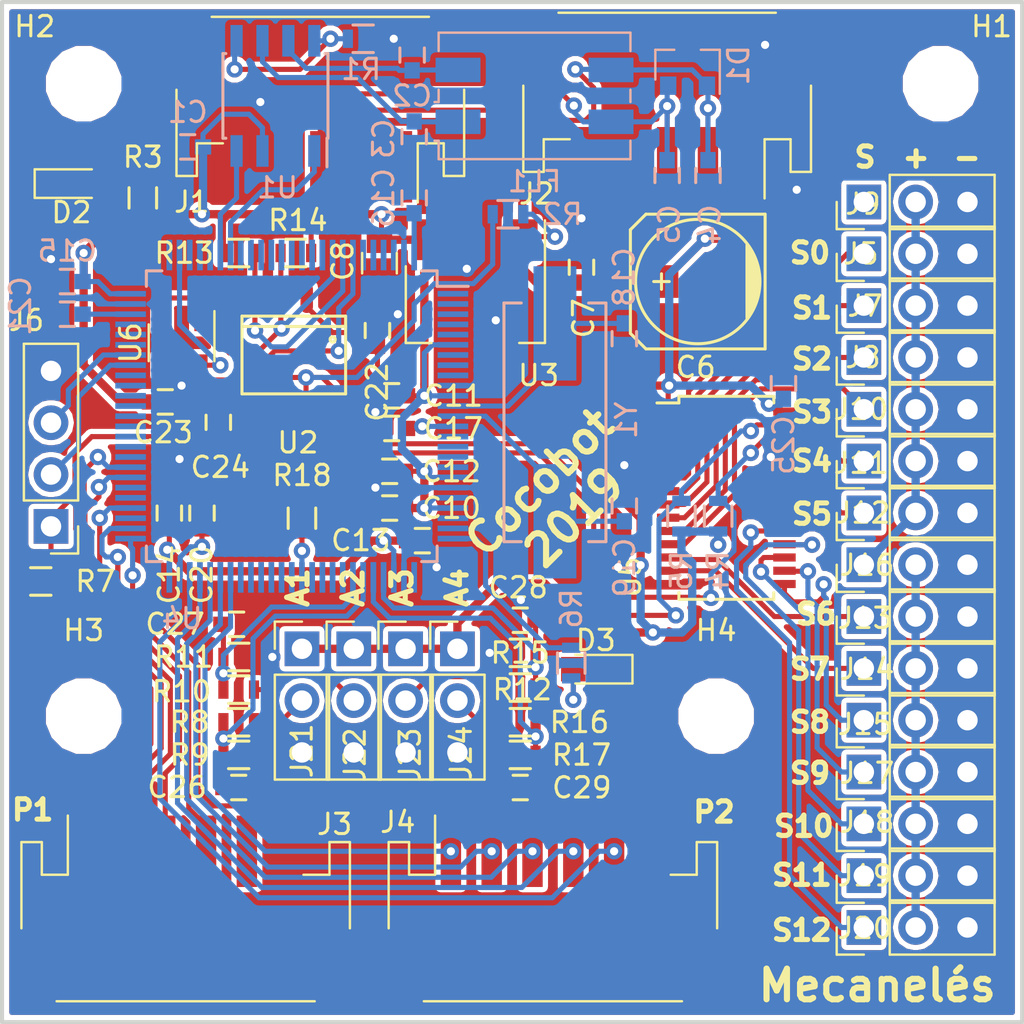
<source format=kicad_pcb>
(kicad_pcb (version 20171130) (host pcbnew "(5.0.0-rc2-108-g8444b1b61-dirty)")
  (layers (0 F.Cu signal) (31 B.Cu signal) (34 B.Paste user) (35 F.Paste user) (36 B.SilkS user) (37 F.SilkS user) (38 B.Mask user) (39 F.Mask user) (44 Edge.Cuts user))
  (net 0 "")
  (net 1 GND)
  (net 2 "Net-(J6-Pad3)")
  (net 3 "Net-(J6-Pad2)")
  (net 4 /uc/BOOT0_3v3)
  (net 5 "Net-(H2-Pad1)")
  (net 6 "Net-(H4-Pad1)")
  (net 7 "Net-(H3-Pad1)")
  (net 8 "Net-(H1-Pad1)")
  (net 9 "Net-(R1-Pad1)")
  (net 10 "Net-(C2-Pad1)")
  (net 11 "Net-(C3-Pad1)")
  (net 12 /CAN/can_rx_3v3)
  (net 13 +3V3)
  (net 14 /CAN/can_tx_3v3)
  (net 15 +5V)
  (net 16 "Net-(U4-Pad95)")
  (net 17 /Servo/sda_3v3)
  (net 18 /Servo/scl_3v3)
  (net 19 "Net-(C4-Pad1)")
  (net 20 "Net-(C5-Pad1)")
  (net 21 /Sensor/ana_1_0-3v3)
  (net 22 /uc/BOOT1_3v3)
  (net 23 /Sensor/ana_4_0-3v3)
  (net 24 "Net-(J24-Pad2)")
  (net 25 /Sensor/ana_3_0-3v3)
  (net 26 "Net-(J23-Pad2)")
  (net 27 /Sensor/ana_2_0-3v3)
  (net 28 "Net-(J22-Pad2)")
  (net 29 "Net-(J21-Pad2)")
  (net 30 "Net-(D3-Pad2)")
  (net 31 "Net-(R6-Pad1)")
  (net 32 "Net-(R5-Pad2)")
  (net 33 "Net-(R4-Pad2)")
  (net 34 "Net-(D2-Pad2)")
  (net 35 "Net-(U4-Pad1)")
  (net 36 "Net-(U4-Pad2)")
  (net 37 "Net-(U4-Pad3)")
  (net 38 "Net-(U4-Pad4)")
  (net 39 "Net-(U4-Pad5)")
  (net 40 "Net-(U4-Pad7)")
  (net 41 "Net-(U4-Pad8)")
  (net 42 "Net-(U4-Pad9)")
  (net 43 "Net-(C18-Pad1)")
  (net 44 "Net-(C19-Pad1)")
  (net 45 /uc/nSRST_3v3)
  (net 46 "Net-(U4-Pad23)")
  (net 47 "Net-(U4-Pad24)")
  (net 48 "Net-(U4-Pad26)")
  (net 49 "Net-(U4-Pad34)")
  (net 50 "Net-(U4-Pad35)")
  (net 51 "Net-(U4-Pad36)")
  (net 52 "Net-(U4-Pad38)")
  (net 53 "Net-(U4-Pad39)")
  (net 54 "Net-(U4-Pad40)")
  (net 55 "Net-(U4-Pad41)")
  (net 56 "Net-(U4-Pad42)")
  (net 57 "Net-(U4-Pad43)")
  (net 58 "Net-(C20-Pad1)")
  (net 59 "Net-(U4-Pad53)")
  (net 60 /uc/solenoid_5_3v3)
  (net 61 /uc/solenoid_6_3v3)
  (net 62 /uc/solenoid_7_3v3)
  (net 63 /uc/solenoid_8_3v3)
  (net 64 "Net-(U4-Pad59)")
  (net 65 "Net-(U4-Pad60)")
  (net 66 "Net-(U4-Pad61)")
  (net 67 "Net-(U4-Pad62)")
  (net 68 "Net-(U4-Pad63)")
  (net 69 "Net-(U4-Pad64)")
  (net 70 "Net-(U4-Pad65)")
  (net 71 "Net-(U4-Pad66)")
  (net 72 "Net-(U4-Pad67)")
  (net 73 "Net-(U4-Pad70)")
  (net 74 "Net-(U4-Pad71)")
  (net 75 "Net-(U4-Pad72)")
  (net 76 "Net-(C21-Pad1)")
  (net 77 "Net-(U4-Pad76)")
  (net 78 "Net-(U4-Pad77)")
  (net 79 "Net-(U4-Pad78)")
  (net 80 "Net-(U4-Pad79)")
  (net 81 "Net-(U4-Pad80)")
  (net 82 /uc/pump_1_3v3)
  (net 83 /uc/pump_2_3v3)
  (net 84 /uc/solenoid_1_3v3)
  (net 85 /uc/solenoid_2_3v3)
  (net 86 /uc/solenoid_3_3v3)
  (net 87 /uc/solenoid_4_3v3)
  (net 88 "Net-(U4-Pad89)")
  (net 89 "Net-(U4-Pad90)")
  (net 90 "Net-(U4-Pad91)")
  (net 91 "Net-(U4-Pad97)")
  (net 92 "Net-(U4-Pad98)")
  (net 93 "Net-(C24-Pad1)")
  (net 94 /Servo/S8)
  (net 95 /Servo/S9)
  (net 96 /Servo/S3)
  (net 97 /Servo/S10)
  (net 98 /Servo/S11)
  (net 99 /Servo/S12)
  (net 100 /Servo/S6)
  (net 101 /Servo/S5)
  (net 102 /Servo/S4)
  (net 103 /Servo/S2)
  (net 104 /Servo/S1)
  (net 105 /Servo/S0)
  (net 106 /Servo/S7)
  (net 107 "Net-(U5-Pad20)")
  (net 108 "Net-(U5-Pad21)")
  (net 109 "Net-(U5-Pad22)")
  (net 110 "Net-(J13-Pad2)")
  (net 111 "Net-(J10-Pad2)")
  (net 112 "Net-(J9-Pad1)")
  (net 113 "Net-(U4-Pad16)")
  (net 114 "Net-(U4-Pad17)")
  (net 115 "Net-(U4-Pad18)")
  (net 116 "Net-(U4-Pad33)")
  (net 117 "Net-(U4-Pad55)")
  (net 118 "Net-(U4-Pad56)")
  (net 119 "Net-(U4-Pad84)")
  (net 120 "Net-(U4-Pad83)")
  (net 121 "Net-(U4-Pad85)")
  (net 122 "Net-(U4-Pad86)")
  (net 123 "Net-(U4-Pad87)")
  (net 124 "Net-(U4-Pad88)")
  (net 125 "Net-(U4-Pad15)")
  (net 126 "Net-(U4-Pad96)")
  (module espitall:Socket_Strip_Straight_1x04_Pitch2.54mm (layer F.Cu) (at 52.4 75.7 180)
    (fp_text reference J6 (at 1.2 10.1 180) (layer F.SilkS))
    (fp_text value Conn_01x04)
    (pad 4 thru_hole oval (at 0 7.62 180) (size 1.7 1.7) (drill 1) (layers *.Cu *.Mask) (net 1 GND))
    (pad 3 thru_hole oval (at 0 5.08 180) (size 1.7 1.7) (drill 1) (layers *.Cu *.Mask) (net 2 "Net-(J6-Pad3)"))
    (pad 2 thru_hole oval (at 0 2.54 180) (size 1.7 1.7) (drill 1) (layers *.Cu *.Mask) (net 3 "Net-(J6-Pad2)"))
    (pad 1 thru_hole rect (at 0 0 180) (size 1.7 1.7) (drill 1) (layers *.Cu *.Mask) (net 4 /uc/BOOT0_3v3))
  )
  (module espitall:Pin_Header_Straight_1x03_Pitch2.54mm (layer F.Cu) (at 92.24 80.12 90)
    (fp_text reference J13 (at -0.08 0.06 180) (layer F.SilkS))
    (fp_text value Conn_01x03)
    (pad 3 thru_hole oval (at 0 5.08 90) (size 1.7 1.7) (drill 1) (layers *.Cu *.Mask) (net 1 GND))
    (pad 2 thru_hole oval (at 0 2.54 90) (size 1.7 1.7) (drill 1) (layers *.Cu *.Mask) (net 110 "Net-(J13-Pad2)"))
    (pad 1 thru_hole rect (at 0 0 90) (size 1.7 1.7) (drill 1) (layers *.Cu *.Mask) (net 100 /Servo/S6))
  )
  (module espitall:Pin_Header_Straight_1x03_Pitch2.54mm (layer F.Cu) (at 92.24 62.34 90)
    (fp_text reference J5 (at 0 -0.14 180) (layer F.SilkS))
    (fp_text value Conn_01x03)
    (pad 1 thru_hole rect (at 0 0 90) (size 1.7 1.7) (drill 1) (layers *.Cu *.Mask) (net 105 /Servo/S0))
    (pad 2 thru_hole oval (at 0 2.54 90) (size 1.7 1.7) (drill 1) (layers *.Cu *.Mask) (net 111 "Net-(J10-Pad2)"))
    (pad 3 thru_hole oval (at 0 5.08 90) (size 1.7 1.7) (drill 1) (layers *.Cu *.Mask) (net 1 GND))
  )
  (module espitall:Pin_Header_Straight_1x03_Pitch2.54mm (layer F.Cu) (at 92.24 87.74 90)
    (fp_text reference J17 (at -0.06 0.16 180) (layer F.SilkS))
    (fp_text value Conn_01x03)
    (pad 3 thru_hole oval (at 0 5.08 90) (size 1.7 1.7) (drill 1) (layers *.Cu *.Mask) (net 1 GND))
    (pad 2 thru_hole oval (at 0 2.54 90) (size 1.7 1.7) (drill 1) (layers *.Cu *.Mask) (net 110 "Net-(J13-Pad2)"))
    (pad 1 thru_hole rect (at 0 0 90) (size 1.7 1.7) (drill 1) (layers *.Cu *.Mask) (net 95 /Servo/S9))
  )
  (module espitall:Pin_Header_Straight_1x03_Pitch2.54mm (layer F.Cu) (at 92.24 64.88 90)
    (fp_text reference J7 (at -0.02 0.06 180) (layer F.SilkS))
    (fp_text value Conn_01x03)
    (pad 1 thru_hole rect (at 0 0 90) (size 1.7 1.7) (drill 1) (layers *.Cu *.Mask) (net 104 /Servo/S1))
    (pad 2 thru_hole oval (at 0 2.54 90) (size 1.7 1.7) (drill 1) (layers *.Cu *.Mask) (net 111 "Net-(J10-Pad2)"))
    (pad 3 thru_hole oval (at 0 5.08 90) (size 1.7 1.7) (drill 1) (layers *.Cu *.Mask) (net 1 GND))
  )
  (module espitall:Pin_Header_Straight_1x03_Pitch2.54mm (layer F.Cu) (at 92.24 67.42 90)
    (fp_text reference J8 (at 0 -0.04 180) (layer F.SilkS))
    (fp_text value Conn_01x03)
    (pad 3 thru_hole oval (at 0 5.08 90) (size 1.7 1.7) (drill 1) (layers *.Cu *.Mask) (net 1 GND))
    (pad 2 thru_hole oval (at 0 2.54 90) (size 1.7 1.7) (drill 1) (layers *.Cu *.Mask) (net 111 "Net-(J10-Pad2)"))
    (pad 1 thru_hole rect (at 0 0 90) (size 1.7 1.7) (drill 1) (layers *.Cu *.Mask) (net 103 /Servo/S2))
  )
  (module espitall:Pin_Header_Straight_1x03_Pitch2.54mm (layer F.Cu) (at 92.24 59.8 90)
    (fp_text reference J9 (at -0.1 -0.04 180) (layer F.SilkS))
    (fp_text value Conn_01x03)
    (pad 1 thru_hole rect (at 0 0 90) (size 1.7 1.7) (drill 1) (layers *.Cu *.Mask) (net 112 "Net-(J9-Pad1)"))
    (pad 2 thru_hole oval (at 0 2.54 90) (size 1.7 1.7) (drill 1) (layers *.Cu *.Mask) (net 111 "Net-(J10-Pad2)"))
    (pad 3 thru_hole oval (at 0 5.08 90) (size 1.7 1.7) (drill 1) (layers *.Cu *.Mask) (net 1 GND))
  )
  (module espitall:Pin_Header_Straight_1x03_Pitch2.54mm (layer F.Cu) (at 92.24 69.96 90)
    (fp_text reference J10 (at 0 -0.14 180) (layer F.SilkS))
    (fp_text value Conn_01x03)
    (pad 3 thru_hole oval (at 0 5.08 90) (size 1.7 1.7) (drill 1) (layers *.Cu *.Mask) (net 1 GND))
    (pad 2 thru_hole oval (at 0 2.54 90) (size 1.7 1.7) (drill 1) (layers *.Cu *.Mask) (net 111 "Net-(J10-Pad2)"))
    (pad 1 thru_hole rect (at 0 0 90) (size 1.7 1.7) (drill 1) (layers *.Cu *.Mask) (net 96 /Servo/S3))
  )
  (module espitall:Pin_Header_Straight_1x03_Pitch2.54mm (layer F.Cu) (at 92.24 72.5 90)
    (fp_text reference J11 (at -0.1 -0.14 180) (layer F.SilkS))
    (fp_text value Conn_01x03)
    (pad 1 thru_hole rect (at 0 0 90) (size 1.7 1.7) (drill 1) (layers *.Cu *.Mask) (net 102 /Servo/S4))
    (pad 2 thru_hole oval (at 0 2.54 90) (size 1.7 1.7) (drill 1) (layers *.Cu *.Mask) (net 111 "Net-(J10-Pad2)"))
    (pad 3 thru_hole oval (at 0 5.08 90) (size 1.7 1.7) (drill 1) (layers *.Cu *.Mask) (net 1 GND))
  )
  (module espitall:Pin_Header_Straight_1x03_Pitch2.54mm (layer F.Cu) (at 92.24 85.2 90)
    (fp_text reference J15 (at -0.2 0.06 180) (layer F.SilkS))
    (fp_text value Conn_01x03)
    (pad 3 thru_hole oval (at 0 5.08 90) (size 1.7 1.7) (drill 1) (layers *.Cu *.Mask) (net 1 GND))
    (pad 2 thru_hole oval (at 0 2.54 90) (size 1.7 1.7) (drill 1) (layers *.Cu *.Mask) (net 110 "Net-(J13-Pad2)"))
    (pad 1 thru_hole rect (at 0 0 90) (size 1.7 1.7) (drill 1) (layers *.Cu *.Mask) (net 94 /Servo/S8))
  )
  (module espitall:Pin_Header_Straight_1x03_Pitch2.54mm (layer F.Cu) (at 92.24 75.04 90)
    (fp_text reference J12 (at 0 -0.04 180) (layer F.SilkS))
    (fp_text value Conn_01x03)
    (pad 1 thru_hole rect (at 0 0 90) (size 1.7 1.7) (drill 1) (layers *.Cu *.Mask) (net 101 /Servo/S5))
    (pad 2 thru_hole oval (at 0 2.54 90) (size 1.7 1.7) (drill 1) (layers *.Cu *.Mask) (net 111 "Net-(J10-Pad2)"))
    (pad 3 thru_hole oval (at 0 5.08 90) (size 1.7 1.7) (drill 1) (layers *.Cu *.Mask) (net 1 GND))
  )
  (module espitall:Pin_Header_Straight_1x03_Pitch2.54mm (layer F.Cu) (at 72.32 81.7)
    (fp_text reference J24 (at 0.18 5.1 90) (layer F.SilkS))
    (fp_text value Conn_01x03)
    (pad 3 thru_hole oval (at 0 5.08) (size 1.7 1.7) (drill 1) (layers *.Cu *.Mask) (net 1 GND))
    (pad 2 thru_hole oval (at 0 2.54) (size 1.7 1.7) (drill 1) (layers *.Cu *.Mask) (net 24 "Net-(J24-Pad2)"))
    (pad 1 thru_hole rect (at 0 0) (size 1.7 1.7) (drill 1) (layers *.Cu *.Mask) (net 15 +5V))
  )
  (module espitall:Pin_Header_Straight_1x03_Pitch2.54mm (layer F.Cu) (at 69.78 81.7)
    (fp_text reference J23 (at 0.22 5.2 90) (layer F.SilkS))
    (fp_text value Conn_01x03)
    (pad 1 thru_hole rect (at 0 0) (size 1.7 1.7) (drill 1) (layers *.Cu *.Mask) (net 15 +5V))
    (pad 2 thru_hole oval (at 0 2.54) (size 1.7 1.7) (drill 1) (layers *.Cu *.Mask) (net 26 "Net-(J23-Pad2)"))
    (pad 3 thru_hole oval (at 0 5.08) (size 1.7 1.7) (drill 1) (layers *.Cu *.Mask) (net 1 GND))
  )
  (module espitall:Pin_Header_Straight_1x03_Pitch2.54mm (layer F.Cu) (at 67.24 81.7)
    (fp_text reference J22 (at 0.06 5.2 90) (layer F.SilkS))
    (fp_text value Conn_01x03)
    (pad 3 thru_hole oval (at 0 5.08) (size 1.7 1.7) (drill 1) (layers *.Cu *.Mask) (net 1 GND))
    (pad 2 thru_hole oval (at 0 2.54) (size 1.7 1.7) (drill 1) (layers *.Cu *.Mask) (net 28 "Net-(J22-Pad2)"))
    (pad 1 thru_hole rect (at 0 0) (size 1.7 1.7) (drill 1) (layers *.Cu *.Mask) (net 15 +5V))
  )
  (module espitall:Pin_Header_Straight_1x03_Pitch2.54mm (layer F.Cu) (at 64.7 81.7)
    (fp_text reference J21 (at 0 5 90) (layer F.SilkS))
    (fp_text value Conn_01x03)
    (pad 1 thru_hole rect (at 0 0) (size 1.7 1.7) (drill 1) (layers *.Cu *.Mask) (net 15 +5V))
    (pad 2 thru_hole oval (at 0 2.54) (size 1.7 1.7) (drill 1) (layers *.Cu *.Mask) (net 29 "Net-(J21-Pad2)"))
    (pad 3 thru_hole oval (at 0 5.08) (size 1.7 1.7) (drill 1) (layers *.Cu *.Mask) (net 1 GND))
  )
  (module espitall:Pin_Header_Straight_1x03_Pitch2.54mm (layer F.Cu) (at 92.24 95.36 90)
    (fp_text reference J20 (at -0.04 0.06 180) (layer F.SilkS))
    (fp_text value Conn_01x03)
    (pad 3 thru_hole oval (at 0 5.08 90) (size 1.7 1.7) (drill 1) (layers *.Cu *.Mask) (net 1 GND))
    (pad 2 thru_hole oval (at 0 2.54 90) (size 1.7 1.7) (drill 1) (layers *.Cu *.Mask) (net 110 "Net-(J13-Pad2)"))
    (pad 1 thru_hole rect (at 0 0 90) (size 1.7 1.7) (drill 1) (layers *.Cu *.Mask) (net 99 /Servo/S12))
  )
  (module espitall:Pin_Header_Straight_1x03_Pitch2.54mm (layer F.Cu) (at 92.24 92.82 90)
    (fp_text reference J19 (at 0 0.06 180) (layer F.SilkS))
    (fp_text value Conn_01x03)
    (pad 1 thru_hole rect (at 0 0 90) (size 1.7 1.7) (drill 1) (layers *.Cu *.Mask) (net 98 /Servo/S11))
    (pad 2 thru_hole oval (at 0 2.54 90) (size 1.7 1.7) (drill 1) (layers *.Cu *.Mask) (net 110 "Net-(J13-Pad2)"))
    (pad 3 thru_hole oval (at 0 5.08 90) (size 1.7 1.7) (drill 1) (layers *.Cu *.Mask) (net 1 GND))
  )
  (module espitall:Pin_Header_Straight_1x03_Pitch2.54mm (layer F.Cu) (at 92.24 90.28 90)
    (fp_text reference J18 (at 0.08 0.16 180) (layer F.SilkS))
    (fp_text value Conn_01x03)
    (pad 3 thru_hole oval (at 0 5.08 90) (size 1.7 1.7) (drill 1) (layers *.Cu *.Mask) (net 1 GND))
    (pad 2 thru_hole oval (at 0 2.54 90) (size 1.7 1.7) (drill 1) (layers *.Cu *.Mask) (net 110 "Net-(J13-Pad2)"))
    (pad 1 thru_hole rect (at 0 0 90) (size 1.7 1.7) (drill 1) (layers *.Cu *.Mask) (net 97 /Servo/S10))
  )
  (module espitall:Pin_Header_Straight_1x03_Pitch2.54mm (layer F.Cu) (at 92.24 77.58 90)
    (fp_text reference J16 (at -0.02 0.16 180) (layer F.SilkS))
    (fp_text value Conn_01x03)
    (pad 1 thru_hole rect (at 0 0 90) (size 1.7 1.7) (drill 1) (layers *.Cu *.Mask) (net 111 "Net-(J10-Pad2)"))
    (pad 2 thru_hole oval (at 0 2.54 90) (size 1.7 1.7) (drill 1) (layers *.Cu *.Mask) (net 110 "Net-(J13-Pad2)"))
    (pad 3 thru_hole oval (at 0 5.08 90) (size 1.7 1.7) (drill 1) (layers *.Cu *.Mask) (net 1 GND))
  )
  (module espitall:Pin_Header_Straight_1x03_Pitch2.54mm (layer F.Cu) (at 92.24 82.66 90)
    (fp_text reference J14 (at -0.04 0.16 180) (layer F.SilkS))
    (fp_text value Conn_01x03)
    (pad 3 thru_hole oval (at 0 5.08 90) (size 1.7 1.7) (drill 1) (layers *.Cu *.Mask) (net 1 GND))
    (pad 2 thru_hole oval (at 0 2.54 90) (size 1.7 1.7) (drill 1) (layers *.Cu *.Mask) (net 110 "Net-(J13-Pad2)"))
    (pad 1 thru_hole rect (at 0 0 90) (size 1.7 1.7) (drill 1) (layers *.Cu *.Mask) (net 106 /Servo/S7))
  )
  (module espitall:SO-8 (layer F.Cu) (at 64.3 67.3 180)
    (fp_text reference U2 (at -0.2 -4.3 180) (layer F.SilkS))
    (fp_text value PCA9306)
    (pad 1 smd oval (at -1.905 2.794 180) (size 0.6096 1.4732) (layers F.Cu F.Paste F.Mask) (net 1 GND))
    (pad 2 smd oval (at -0.635 2.794 180) (size 0.6096 1.4732) (layers F.Cu F.Paste F.Mask) (net 13 +3V3))
    (pad 3 smd oval (at 0.635 2.794 180) (size 0.6096 1.4732) (layers F.Cu F.Paste F.Mask) (net 18 /Servo/scl_3v3))
    (pad 4 smd oval (at 1.905 2.794 180) (size 0.6096 1.4732) (layers F.Cu F.Paste F.Mask) (net 17 /Servo/sda_3v3))
    (pad 5 smd oval (at 1.905 -2.794 180) (size 0.6096 1.4732) (layers F.Cu F.Paste F.Mask) (net 32 "Net-(R5-Pad2)"))
    (pad 6 smd oval (at 0.635 -2.794 180) (size 0.6096 1.4732) (layers F.Cu F.Paste F.Mask) (net 33 "Net-(R4-Pad2)"))
    (pad 7 smd oval (at -0.635 -2.794 180) (size 0.6096 1.4732) (layers F.Cu F.Paste F.Mask) (net 93 "Net-(C24-Pad1)"))
    (pad 8 smd oval (at -1.905 -2.794 180) (size 0.6096 1.4732) (layers F.Cu F.Paste F.Mask) (net 93 "Net-(C24-Pad1)"))
  )
  (module espitall:TSSOP-28_4.4x9.7mm_Pitch0.65mm (layer F.Cu) (at 85.5 74.3)
    (fp_text reference U5 (at -4.7 3.9 90) (layer F.SilkS))
    (fp_text value PCA9685)
    (pad 1 smd rect (at -2.85 -4.225) (size 1.1 0.4) (layers F.Cu F.Paste F.Mask) (net 15 +5V))
    (pad 2 smd rect (at -2.85 -3.575) (size 1.1 0.4) (layers F.Cu F.Paste F.Mask) (net 15 +5V))
    (pad 3 smd rect (at -2.85 -2.925) (size 1.1 0.4) (layers F.Cu F.Paste F.Mask) (net 15 +5V))
    (pad 4 smd rect (at -2.85 -2.275) (size 1.1 0.4) (layers F.Cu F.Paste F.Mask) (net 15 +5V))
    (pad 5 smd rect (at -2.85 -1.625) (size 1.1 0.4) (layers F.Cu F.Paste F.Mask) (net 1 GND))
    (pad 6 smd rect (at -2.85 -0.975) (size 1.1 0.4) (layers F.Cu F.Paste F.Mask) (net 105 /Servo/S0))
    (pad 7 smd rect (at -2.85 -0.325) (size 1.1 0.4) (layers F.Cu F.Paste F.Mask) (net 104 /Servo/S1))
    (pad 8 smd rect (at -2.85 0.325) (size 1.1 0.4) (layers F.Cu F.Paste F.Mask) (net 103 /Servo/S2))
    (pad 9 smd rect (at -2.85 0.975) (size 1.1 0.4) (layers F.Cu F.Paste F.Mask) (net 96 /Servo/S3))
    (pad 10 smd rect (at -2.85 1.625) (size 1.1 0.4) (layers F.Cu F.Paste F.Mask) (net 102 /Servo/S4))
    (pad 11 smd rect (at -2.85 2.275) (size 1.1 0.4) (layers F.Cu F.Paste F.Mask) (net 101 /Servo/S5))
    (pad 12 smd rect (at -2.85 2.925) (size 1.1 0.4) (layers F.Cu F.Paste F.Mask) (net 100 /Servo/S6))
    (pad 13 smd rect (at -2.85 3.575) (size 1.1 0.4) (layers F.Cu F.Paste F.Mask) (net 106 /Servo/S7))
    (pad 14 smd rect (at -2.85 4.225) (size 1.1 0.4) (layers F.Cu F.Paste F.Mask) (net 1 GND))
    (pad 15 smd rect (at 2.85 4.225) (size 1.1 0.4) (layers F.Cu F.Paste F.Mask) (net 94 /Servo/S8))
    (pad 16 smd rect (at 2.85 3.575) (size 1.1 0.4) (layers F.Cu F.Paste F.Mask) (net 95 /Servo/S9))
    (pad 17 smd rect (at 2.85 2.925) (size 1.1 0.4) (layers F.Cu F.Paste F.Mask) (net 97 /Servo/S10))
    (pad 18 smd rect (at 2.85 2.275) (size 1.1 0.4) (layers F.Cu F.Paste F.Mask) (net 98 /Servo/S11))
    (pad 19 smd rect (at 2.85 1.625) (size 1.1 0.4) (layers F.Cu F.Paste F.Mask) (net 99 /Servo/S12))
    (pad 20 smd rect (at 2.85 0.975) (size 1.1 0.4) (layers F.Cu F.Paste F.Mask) (net 107 "Net-(U5-Pad20)"))
    (pad 21 smd rect (at 2.85 0.325) (size 1.1 0.4) (layers F.Cu F.Paste F.Mask) (net 108 "Net-(U5-Pad21)"))
    (pad 22 smd rect (at 2.85 -0.325) (size 1.1 0.4) (layers F.Cu F.Paste F.Mask) (net 109 "Net-(U5-Pad22)"))
    (pad 23 smd rect (at 2.85 -0.975) (size 1.1 0.4) (layers F.Cu F.Paste F.Mask) (net 1 GND))
    (pad 24 smd rect (at 2.85 -1.625) (size 1.1 0.4) (layers F.Cu F.Paste F.Mask) (net 1 GND))
    (pad 25 smd rect (at 2.85 -2.275) (size 1.1 0.4) (layers F.Cu F.Paste F.Mask) (net 1 GND))
    (pad 26 smd rect (at 2.85 -2.925) (size 1.1 0.4) (layers F.Cu F.Paste F.Mask) (net 33 "Net-(R4-Pad2)"))
    (pad 27 smd rect (at 2.85 -3.575) (size 1.1 0.4) (layers F.Cu F.Paste F.Mask) (net 32 "Net-(R5-Pad2)"))
    (pad 28 smd rect (at 2.85 -4.225) (size 1.1 0.4) (layers F.Cu F.Paste F.Mask) (net 15 +5V))
  )
  (module espitall:R_0603 (layer B.Cu) (at 74.8 60.4 180)
    (fp_text reference R2 (at -2.674 -0.004) (layer B.SilkS) (effects (justify mirror)))
    (fp_text value 200k)
    (pad 1 smd rect (at -0.75 0 180) (size 0.5 0.9) (layers B.Cu B.Paste B.Mask) (net 15 +5V))
    (pad 2 smd rect (at 0.75 0 180) (size 0.5 0.9) (layers B.Cu B.Paste B.Mask) (net 93 "Net-(C24-Pad1)"))
  )
  (module espitall:C_0603 (layer F.Cu) (at 70.6 76.4)
    (fp_text reference C13 (at -3.017199 -0.01) (layer F.SilkS))
    (fp_text value 100n)
    (pad 1 smd rect (at -0.75 0) (size 0.8 0.75) (layers F.Cu F.Paste F.Mask) (net 13 +3V3))
    (pad 2 smd rect (at 0.75 0) (size 0.8 0.75) (layers F.Cu F.Paste F.Mask) (net 1 GND))
  )
  (module espitall:C_0603 (layer B.Cu) (at 70.1 52.6 90)
    (fp_text reference C2 (at -2 0 180) (layer B.SilkS) (effects (justify mirror)))
    (fp_text value C)
    (pad 2 smd rect (at 0.75 0 90) (size 0.8 0.75) (layers B.Cu B.Paste B.Mask) (net 1 GND))
    (pad 1 smd rect (at -0.75 0 90) (size 0.8 0.75) (layers B.Cu B.Paste B.Mask) (net 10 "Net-(C2-Pad1)"))
  )
  (module espitall:C_0603 (layer F.Cu) (at 69.1 69.3 180)
    (fp_text reference C11 (at -3.017199 -0.01 180) (layer F.SilkS))
    (fp_text value 100n)
    (pad 1 smd rect (at -0.75 0 180) (size 0.8 0.75) (layers F.Cu F.Paste F.Mask) (net 13 +3V3))
    (pad 2 smd rect (at 0.75 0 180) (size 0.8 0.75) (layers F.Cu F.Paste F.Mask) (net 1 GND))
  )
  (module espitall:C_0603 (layer F.Cu) (at 60.6 70.6 270)
    (fp_text reference C24 (at 2.2 -0.1) (layer F.SilkS))
    (fp_text value 100n)
    (pad 2 smd rect (at 0.75 0 270) (size 0.8 0.75) (layers F.Cu F.Paste F.Mask) (net 1 GND))
    (pad 1 smd rect (at -0.75 0 270) (size 0.8 0.75) (layers F.Cu F.Paste F.Mask) (net 93 "Net-(C24-Pad1)"))
  )
  (module espitall:C_0603 (layer F.Cu) (at 58 69.6)
    (fp_text reference C23 (at -0.1 1.5) (layer F.SilkS))
    (fp_text value 100n)
    (pad 1 smd rect (at -0.75 0) (size 0.8 0.75) (layers F.Cu F.Paste F.Mask) (net 13 +3V3))
    (pad 2 smd rect (at 0.75 0) (size 0.8 0.75) (layers F.Cu F.Paste F.Mask) (net 1 GND))
  )
  (module espitall:C_0603 (layer F.Cu) (at 68.4 66.1 90)
    (fp_text reference C22 (at -3.017199 -0.01 90) (layer F.SilkS))
    (fp_text value 100n)
    (pad 2 smd rect (at 0.75 0 90) (size 0.8 0.75) (layers F.Cu F.Paste F.Mask) (net 1 GND))
    (pad 1 smd rect (at -0.75 0 90) (size 0.8 0.75) (layers F.Cu F.Paste F.Mask) (net 13 +3V3))
  )
  (module espitall:C_0603 (layer B.Cu) (at 53.2 65.3 180)
    (fp_text reference C21 (at 2.3 0.4 270) (layer B.SilkS) (effects (justify mirror)))
    (fp_text value 2u2)
    (pad 1 smd rect (at -0.75 0 180) (size 0.8 0.75) (layers B.Cu B.Paste B.Mask) (net 76 "Net-(C21-Pad1)"))
    (pad 2 smd rect (at 0.75 0 180) (size 0.8 0.75) (layers B.Cu B.Paste B.Mask) (net 1 GND))
  )
  (module espitall:C_0603 (layer F.Cu) (at 59.8 75.05 90)
    (fp_text reference C20 (at -3.017199 -0.01 90) (layer F.SilkS))
    (fp_text value 2u2)
    (pad 2 smd rect (at 0.75 0 90) (size 0.8 0.75) (layers F.Cu F.Paste F.Mask) (net 1 GND))
    (pad 1 smd rect (at -0.75 0 90) (size 0.8 0.75) (layers F.Cu F.Paste F.Mask) (net 58 "Net-(C20-Pad1)"))
  )
  (module espitall:C_0603 (layer B.Cu) (at 80.5 74.7 90)
    (fp_text reference C19 (at -3.017199 0.01 90) (layer B.SilkS) (effects (justify mirror)))
    (fp_text value 20p)
    (pad 1 smd rect (at -0.75 0 90) (size 0.8 0.75) (layers B.Cu B.Paste B.Mask) (net 44 "Net-(C19-Pad1)"))
    (pad 2 smd rect (at 0.75 0 90) (size 0.8 0.75) (layers B.Cu B.Paste B.Mask) (net 1 GND))
  )
  (module espitall:C_0603 (layer B.Cu) (at 80.5 66.5 270)
    (fp_text reference C18 (at -3.017199 0.01 270) (layer B.SilkS) (effects (justify mirror)))
    (fp_text value 20p)
    (pad 2 smd rect (at 0.75 0 270) (size 0.8 0.75) (layers B.Cu B.Paste B.Mask) (net 1 GND))
    (pad 1 smd rect (at -0.75 0 270) (size 0.8 0.75) (layers B.Cu B.Paste B.Mask) (net 43 "Net-(C18-Pad1)"))
  )
  (module espitall:C_0603 (layer F.Cu) (at 69.1 70.9 180)
    (fp_text reference C17 (at -3.017199 -0.01 180) (layer F.SilkS))
    (fp_text value 100n)
    (pad 1 smd rect (at -0.75 0 180) (size 0.8 0.75) (layers F.Cu F.Paste F.Mask) (net 45 /uc/nSRST_3v3))
    (pad 2 smd rect (at 0.75 0 180) (size 0.8 0.75) (layers F.Cu F.Paste F.Mask) (net 1 GND))
  )
  (module espitall:C_0603 (layer B.Cu) (at 70.2 59.6 90)
    (fp_text reference C16 (at 0 -1.5 90) (layer B.SilkS) (effects (justify mirror)))
    (fp_text value 100n)
    (pad 2 smd rect (at 0.75 0 90) (size 0.8 0.75) (layers B.Cu B.Paste B.Mask) (net 1 GND))
    (pad 1 smd rect (at -0.75 0 90) (size 0.8 0.75) (layers B.Cu B.Paste B.Mask) (net 13 +3V3))
  )
  (module espitall:C_0603 (layer B.Cu) (at 53.2 63.7 180)
    (fp_text reference C15 (at 0 1.5 180) (layer B.SilkS) (effects (justify mirror)))
    (fp_text value 100n)
    (pad 1 smd rect (at -0.75 0 180) (size 0.8 0.75) (layers B.Cu B.Paste B.Mask) (net 13 +3V3))
    (pad 2 smd rect (at 0.75 0 180) (size 0.8 0.75) (layers B.Cu B.Paste B.Mask) (net 1 GND))
  )
  (module espitall:C_0603 (layer F.Cu) (at 75.4 88.5 180)
    (fp_text reference C29 (at -3.017199 -0.01 180) (layer F.SilkS))
    (fp_text value 100n)
    (pad 2 smd rect (at 0.75 0 180) (size 0.8 0.75) (layers F.Cu F.Paste F.Mask) (net 1 GND))
    (pad 1 smd rect (at -0.75 0 180) (size 0.8 0.75) (layers F.Cu F.Paste F.Mask) (net 23 /Sensor/ana_4_0-3v3))
  )
  (module espitall:C_0603 (layer B.Cu) (at 59.1 57.1 180)
    (fp_text reference C1 (at 0 1.7 180) (layer B.SilkS) (effects (justify mirror)))
    (fp_text value 100n)
    (pad 1 smd rect (at -0.75 0 180) (size 0.8 0.75) (layers B.Cu B.Paste B.Mask) (net 13 +3V3))
    (pad 2 smd rect (at 0.75 0 180) (size 0.8 0.75) (layers B.Cu B.Paste B.Mask) (net 1 GND))
  )
  (module espitall:C_0603 (layer B.Cu) (at 70.2 56.6 270)
    (fp_text reference C3 (at 0.1 1.5 270) (layer B.SilkS) (effects (justify mirror)))
    (fp_text value C)
    (pad 2 smd rect (at 0.75 0 270) (size 0.8 0.75) (layers B.Cu B.Paste B.Mask) (net 1 GND))
    (pad 1 smd rect (at -0.75 0 270) (size 0.8 0.75) (layers B.Cu B.Paste B.Mask) (net 11 "Net-(C3-Pad1)"))
  )
  (module espitall:C_0603 (layer B.Cu) (at 84.6 58.5 270)
    (fp_text reference C4 (at 2.4 -0.1 270) (layer B.SilkS) (effects (justify mirror)))
    (fp_text value C)
    (pad 1 smd rect (at -0.75 0 270) (size 0.8 0.75) (layers B.Cu B.Paste B.Mask) (net 19 "Net-(C4-Pad1)"))
    (pad 2 smd rect (at 0.75 0 270) (size 0.8 0.75) (layers B.Cu B.Paste B.Mask) (net 1 GND))
  )
  (module espitall:C_0603 (layer F.Cu) (at 75.4 80.3 180)
    (fp_text reference C28 (at 0.1 1.6 180) (layer F.SilkS))
    (fp_text value 100n)
    (pad 2 smd rect (at 0.75 0 180) (size 0.8 0.75) (layers F.Cu F.Paste F.Mask) (net 1 GND))
    (pad 1 smd rect (at -0.75 0 180) (size 0.8 0.75) (layers F.Cu F.Paste F.Mask) (net 25 /Sensor/ana_3_0-3v3))
  )
  (module espitall:C_0603 (layer F.Cu) (at 61.5 80.5)
    (fp_text reference C27 (at -3.017199 -0.01) (layer F.SilkS))
    (fp_text value 100n)
    (pad 1 smd rect (at -0.75 0) (size 0.8 0.75) (layers F.Cu F.Paste F.Mask) (net 27 /Sensor/ana_2_0-3v3))
    (pad 2 smd rect (at 0.75 0) (size 0.8 0.75) (layers F.Cu F.Paste F.Mask) (net 1 GND))
  )
  (module espitall:C_0603 (layer F.Cu) (at 61.6 88.5)
    (fp_text reference C26 (at -3.017199 -0.01) (layer F.SilkS))
    (fp_text value 100n)
    (pad 2 smd rect (at 0.75 0) (size 0.8 0.75) (layers F.Cu F.Paste F.Mask) (net 1 GND))
    (pad 1 smd rect (at -0.75 0) (size 0.8 0.75) (layers F.Cu F.Paste F.Mask) (net 21 /Sensor/ana_1_0-3v3))
  )
  (module espitall:C_0603 (layer B.Cu) (at 88.3 68.7 90)
    (fp_text reference C25 (at -3.017199 0.01 90) (layer B.SilkS) (effects (justify mirror)))
    (fp_text value 100n)
    (pad 1 smd rect (at -0.75 0 90) (size 0.8 0.75) (layers B.Cu B.Paste B.Mask) (net 15 +5V))
    (pad 2 smd rect (at 0.75 0 90) (size 0.8 0.75) (layers B.Cu B.Paste B.Mask) (net 1 GND))
  )
  (module espitall:C_0603 (layer B.Cu) (at 82.6 58.5 270)
    (fp_text reference C5 (at 2.4 -0.1 270) (layer B.SilkS) (effects (justify mirror)))
    (fp_text value C)
    (pad 2 smd rect (at 0.75 0 270) (size 0.8 0.75) (layers B.Cu B.Paste B.Mask) (net 1 GND))
    (pad 1 smd rect (at -0.75 0 270) (size 0.8 0.75) (layers B.Cu B.Paste B.Mask) (net 20 "Net-(C5-Pad1)"))
  )
  (module espitall:C_0603 (layer F.Cu) (at 78.4 63 90)
    (fp_text reference C7 (at -2.5 0.1 90) (layer F.SilkS))
    (fp_text value 2u2)
    (pad 1 smd rect (at -0.75 0 90) (size 0.8 0.75) (layers F.Cu F.Paste F.Mask) (net 15 +5V))
    (pad 2 smd rect (at 0.75 0 90) (size 0.8 0.75) (layers F.Cu F.Paste F.Mask) (net 1 GND))
  )
  (module espitall:C_0603 (layer F.Cu) (at 69 74.8 180)
    (fp_text reference C10 (at -3.017199 -0.01 180) (layer F.SilkS))
    (fp_text value 100n)
    (pad 1 smd rect (at -0.75 0 180) (size 0.8 0.75) (layers F.Cu F.Paste F.Mask) (net 13 +3V3))
    (pad 2 smd rect (at 0.75 0 180) (size 0.8 0.75) (layers F.Cu F.Paste F.Mask) (net 1 GND))
  )
  (module espitall:C_0603 (layer F.Cu) (at 58.2 75.05 90)
    (fp_text reference C14 (at -3.017199 -0.01 90) (layer F.SilkS))
    (fp_text value 100n)
    (pad 2 smd rect (at 0.75 0 90) (size 0.8 0.75) (layers F.Cu F.Paste F.Mask) (net 1 GND))
    (pad 1 smd rect (at -0.75 0 90) (size 0.8 0.75) (layers F.Cu F.Paste F.Mask) (net 13 +3V3))
  )
  (module espitall:C_0603 (layer F.Cu) (at 69 73 180)
    (fp_text reference C12 (at -3.017199 -0.01 180) (layer F.SilkS))
    (fp_text value 100n)
    (pad 1 smd rect (at -0.75 0 180) (size 0.8 0.75) (layers F.Cu F.Paste F.Mask) (net 13 +3V3))
    (pad 2 smd rect (at 0.75 0 180) (size 0.8 0.75) (layers F.Cu F.Paste F.Mask) (net 1 GND))
  )
  (module espitall:C_0805 (layer F.Cu) (at 68.5 62.8 270)
    (fp_text reference C8 (at -0.1 1.8 270) (layer F.SilkS))
    (fp_text value 47u)
    (pad 1 smd rect (at -1 0 270) (size 1 1.25) (layers F.Cu F.Paste F.Mask) (net 13 +3V3))
    (pad 2 smd rect (at 1 0 270) (size 1 1.25) (layers F.Cu F.Paste F.Mask) (net 1 GND))
  )
  (module espitall:Crystal_HC49-SD_SMD (layer B.Cu) (at 77.1 70.6 270)
    (fp_text reference Y1 (at -0.1 -3.5 270) (layer B.SilkS) (effects (justify mirror)))
    (fp_text value 8M)
    (pad 1 smd rect (at -4.84886 0 270) (size 5.6007 2.10058) (layers B.Cu B.Paste B.Mask) (net 43 "Net-(C18-Pad1)"))
    (pad 2 smd rect (at 4.84886 0 270) (size 5.6007 2.10058) (layers B.Cu B.Paste B.Mask) (net 44 "Net-(C19-Pad1)"))
  )
  (module espitall:DR331 (layer B.Cu) (at 76.1 54.6)
    (fp_text reference FL1 (at 0 4.2) (layer B.SilkS) (effects (justify mirror)))
    (fp_text value DR331-113BE)
    (pad 4 smd rect (at 3.75 1.27) (size 2.2 1.2) (layers B.Cu B.Paste B.Mask) (net 20 "Net-(C5-Pad1)"))
    (pad 3 smd rect (at 3.75 -1.27) (size 2.2 1.2) (layers B.Cu B.Paste B.Mask) (net 19 "Net-(C4-Pad1)"))
    (pad 2 smd rect (at -3.75 -1.27) (size 2.2 1.2) (layers B.Cu B.Paste B.Mask) (net 10 "Net-(C2-Pad1)"))
    (pad 1 smd rect (at -3.75 1.27) (size 2.2 1.2) (layers B.Cu B.Paste B.Mask) (net 11 "Net-(C3-Pad1)"))
  )
  (module espitall:JST_PH_S5B-PH-SM4-TB_05x2.00mm_Angled (layer F.Cu) (at 65.6 55.2 180)
    (fp_text reference J1 (at 6.3 -4.6 180) (layer F.SilkS))
    (fp_text value CocobotCAN)
    (pad 1 smd rect (at -4 -2.875 180) (size 1 3.5) (layers F.Cu F.Paste F.Mask) (net 15 +5V))
    (pad 2 smd rect (at -2 -2.875 180) (size 1 3.5) (layers F.Cu F.Paste F.Mask) (net 19 "Net-(C4-Pad1)"))
    (pad 3 smd rect (at 0 -2.875 180) (size 1 3.5) (layers F.Cu F.Paste F.Mask) (net 20 "Net-(C5-Pad1)"))
    (pad 4 smd rect (at 2 -2.875 180) (size 1 3.5) (layers F.Cu F.Paste F.Mask) (net 1 GND))
    (pad 5 smd rect (at 4 -2.875 180) (size 1 3.5) (layers F.Cu F.Paste F.Mask) (net 1 GND))
    (pad case smd rect (at -6.35 2.875 180) (size 1.5 3.4) (layers F.Cu F.Paste F.Mask) (net 1 GND))
    (pad case smd rect (at 6.35 2.875 180) (size 1.5 3.4) (layers F.Cu F.Paste F.Mask) (net 1 GND))
  )
  (module espitall:JST_PH_S5B-PH-SM4-TB_05x2.00mm_Angled (layer F.Cu) (at 82.6 55 180)
    (fp_text reference J2 (at 6.4 -4.4 180) (layer F.SilkS))
    (fp_text value CocobotCAN)
    (pad case smd rect (at 6.35 2.875 180) (size 1.5 3.4) (layers F.Cu F.Paste F.Mask) (net 1 GND))
    (pad case smd rect (at -6.35 2.875 180) (size 1.5 3.4) (layers F.Cu F.Paste F.Mask) (net 1 GND))
    (pad 5 smd rect (at 4 -2.875 180) (size 1 3.5) (layers F.Cu F.Paste F.Mask) (net 1 GND))
    (pad 4 smd rect (at 2 -2.875 180) (size 1 3.5) (layers F.Cu F.Paste F.Mask) (net 1 GND))
    (pad 3 smd rect (at 0 -2.875 180) (size 1 3.5) (layers F.Cu F.Paste F.Mask) (net 20 "Net-(C5-Pad1)"))
    (pad 2 smd rect (at -2 -2.875 180) (size 1 3.5) (layers F.Cu F.Paste F.Mask) (net 19 "Net-(C4-Pad1)"))
    (pad 1 smd rect (at -4 -2.875 180) (size 1 3.5) (layers F.Cu F.Paste F.Mask) (net 15 +5V))
  )
  (module espitall:JST_PH_S6B-PH-SM4-TB_06x2.00mm_Angled (layer F.Cu) (at 59 94.5)
    (fp_text reference J3 (at 7.3 -4.2) (layer F.SilkS))
    (fp_text value JST_PH_S6B-PH-SM4-TB_06x2.00mm_Angled)
    (pad case smd rect (at 7.35 2.875) (size 1.5 3.4) (layers F.Cu F.Paste F.Mask) (net 1 GND))
    (pad case smd rect (at -7.35 2.875) (size 1.5 3.4) (layers F.Cu F.Paste F.Mask) (net 1 GND))
    (pad 6 smd rect (at 5 -2.875) (size 1 3.5) (layers F.Cu F.Paste F.Mask) (net 1 GND))
    (pad 5 smd rect (at 3 -2.875) (size 1 3.5) (layers F.Cu F.Paste F.Mask) (net 87 /uc/solenoid_4_3v3))
    (pad 4 smd rect (at 1 -2.875) (size 1 3.5) (layers F.Cu F.Paste F.Mask) (net 86 /uc/solenoid_3_3v3))
    (pad 3 smd rect (at -1 -2.875) (size 1 3.5) (layers F.Cu F.Paste F.Mask) (net 85 /uc/solenoid_2_3v3))
    (pad 2 smd rect (at -3 -2.875) (size 1 3.5) (layers F.Cu F.Paste F.Mask) (net 84 /uc/solenoid_1_3v3))
    (pad 1 smd rect (at -5 -2.875) (size 1 3.5) (layers F.Cu F.Paste F.Mask) (net 82 /uc/pump_1_3v3))
  )
  (module espitall:JST_PH_S6B-PH-SM4-TB_06x2.00mm_Angled (layer F.Cu) (at 77 94.5)
    (fp_text reference J4 (at -7.6 -4.3) (layer F.SilkS))
    (fp_text value JST_PH_S6B-PH-SM4-TB_06x2.00mm_Angled)
    (pad case smd rect (at 7.35 2.875) (size 1.5 3.4) (layers F.Cu F.Paste F.Mask) (net 1 GND))
    (pad case smd rect (at -7.35 2.875) (size 1.5 3.4) (layers F.Cu F.Paste F.Mask) (net 1 GND))
    (pad 6 smd rect (at 5 -2.875) (size 1 3.5) (layers F.Cu F.Paste F.Mask) (net 1 GND))
    (pad 5 smd rect (at 3 -2.875) (size 1 3.5) (layers F.Cu F.Paste F.Mask) (net 63 /uc/solenoid_8_3v3))
    (pad 4 smd rect (at 1 -2.875) (size 1 3.5) (layers F.Cu F.Paste F.Mask) (net 62 /uc/solenoid_7_3v3))
    (pad 3 smd rect (at -1 -2.875) (size 1 3.5) (layers F.Cu F.Paste F.Mask) (net 61 /uc/solenoid_6_3v3))
    (pad 2 smd rect (at -3 -2.875) (size 1 3.5) (layers F.Cu F.Paste F.Mask) (net 60 /uc/solenoid_5_3v3))
    (pad 1 smd rect (at -5 -2.875) (size 1 3.5) (layers F.Cu F.Paste F.Mask) (net 83 /uc/pump_2_3v3))
  )
  (module espitall:LED_0805 (layer F.Cu) (at 53.4 58.9)
    (fp_text reference D2 (at 0 1.414214) (layer F.SilkS))
    (fp_text value LED)
    (pad 1 smd rect (at -1.099999 0 180) (size 1.2 1.2) (layers F.Cu F.Paste F.Mask) (net 1 GND))
    (pad 2 smd rect (at 1.099999 0 180) (size 1.2 1.2) (layers F.Cu F.Paste F.Mask) (net 34 "Net-(D2-Pad2)"))
  )
  (module espitall:LED_0805 (layer F.Cu) (at 79.1 82.7 180)
    (fp_text reference D3 (at 0 1.414214 180) (layer F.SilkS))
    (fp_text value LED)
    (pad 2 smd rect (at 1.099999 0) (size 1.2 1.2) (layers F.Cu F.Paste F.Mask) (net 30 "Net-(D3-Pad2)"))
    (pad 1 smd rect (at -1.099999 0) (size 1.2 1.2) (layers F.Cu F.Paste F.Mask) (net 1 GND))
  )
  (module espitall:LQFP-100_14x14mm_Pitch0.5mm (layer B.Cu) (at 64.2 70.3 180)
    (fp_text reference U4 (at 5.376 -9.916 180) (layer B.SilkS) (effects (justify mirror)))
    (fp_text value STM32F407VG)
    (pad 1 smd rect (at -7.9 6 180) (size 1.5 0.28) (layers B.Cu B.Paste B.Mask) (net 35 "Net-(U4-Pad1)"))
    (pad 2 smd rect (at -7.9 5.5 180) (size 1.5 0.28) (layers B.Cu B.Paste B.Mask) (net 36 "Net-(U4-Pad2)"))
    (pad 3 smd rect (at -7.9 5 180) (size 1.5 0.28) (layers B.Cu B.Paste B.Mask) (net 37 "Net-(U4-Pad3)"))
    (pad 4 smd rect (at -7.9 4.5 180) (size 1.5 0.28) (layers B.Cu B.Paste B.Mask) (net 38 "Net-(U4-Pad4)"))
    (pad 5 smd rect (at -7.9 4 180) (size 1.5 0.28) (layers B.Cu B.Paste B.Mask) (net 39 "Net-(U4-Pad5)"))
    (pad 6 smd rect (at -7.9 3.5 180) (size 1.5 0.28) (layers B.Cu B.Paste B.Mask) (net 13 +3V3))
    (pad 7 smd rect (at -7.9 3 180) (size 1.5 0.28) (layers B.Cu B.Paste B.Mask) (net 40 "Net-(U4-Pad7)"))
    (pad 8 smd rect (at -7.9 2.5 180) (size 1.5 0.28) (layers B.Cu B.Paste B.Mask) (net 41 "Net-(U4-Pad8)"))
    (pad 9 smd rect (at -7.9 2 180) (size 1.5 0.28) (layers B.Cu B.Paste B.Mask) (net 42 "Net-(U4-Pad9)"))
    (pad 10 smd rect (at -7.9 1.5 180) (size 1.5 0.28) (layers B.Cu B.Paste B.Mask) (net 1 GND))
    (pad 11 smd rect (at -7.9 1 180) (size 1.5 0.28) (layers B.Cu B.Paste B.Mask) (net 13 +3V3))
    (pad 12 smd rect (at -7.9 0.5 180) (size 1.5 0.28) (layers B.Cu B.Paste B.Mask) (net 43 "Net-(C18-Pad1)"))
    (pad 13 smd rect (at -7.9 0 180) (size 1.5 0.28) (layers B.Cu B.Paste B.Mask) (net 44 "Net-(C19-Pad1)"))
    (pad 14 smd rect (at -7.9 -0.5 180) (size 1.5 0.28) (layers B.Cu B.Paste B.Mask) (net 45 /uc/nSRST_3v3))
    (pad 15 smd rect (at -7.9 -1 180) (size 1.5 0.28) (layers B.Cu B.Paste B.Mask) (net 125 "Net-(U4-Pad15)"))
    (pad 16 smd rect (at -7.9 -1.5 180) (size 1.5 0.28) (layers B.Cu B.Paste B.Mask) (net 113 "Net-(U4-Pad16)"))
    (pad 17 smd rect (at -7.9 -2 180) (size 1.5 0.28) (layers B.Cu B.Paste B.Mask) (net 114 "Net-(U4-Pad17)"))
    (pad 18 smd rect (at -7.9 -2.5 180) (size 1.5 0.28) (layers B.Cu B.Paste B.Mask) (net 115 "Net-(U4-Pad18)"))
    (pad 19 smd rect (at -7.9 -3 180) (size 1.5 0.28) (layers B.Cu B.Paste B.Mask) (net 13 +3V3))
    (pad 20 smd rect (at -7.9 -3.5 180) (size 1.5 0.28) (layers B.Cu B.Paste B.Mask) (net 1 GND))
    (pad 21 smd rect (at -7.9 -4 180) (size 1.5 0.28) (layers B.Cu B.Paste B.Mask) (net 13 +3V3))
    (pad 22 smd rect (at -7.9 -4.5 180) (size 1.5 0.28) (layers B.Cu B.Paste B.Mask) (net 13 +3V3))
    (pad 23 smd rect (at -7.9 -5 180) (size 1.5 0.28) (layers B.Cu B.Paste B.Mask) (net 46 "Net-(U4-Pad23)"))
    (pad 24 smd rect (at -7.9 -5.5 180) (size 1.5 0.28) (layers B.Cu B.Paste B.Mask) (net 47 "Net-(U4-Pad24)"))
    (pad 25 smd rect (at -7.9 -6 180) (size 1.5 0.28) (layers B.Cu B.Paste B.Mask) (net 31 "Net-(R6-Pad1)"))
    (pad 26 smd rect (at -6 -7.9 90) (size 1.5 0.28) (layers B.Cu B.Paste B.Mask) (net 48 "Net-(U4-Pad26)"))
    (pad 27 smd rect (at -5.5 -7.9 90) (size 1.5 0.28) (layers B.Cu B.Paste B.Mask) (net 1 GND))
    (pad 28 smd rect (at -5 -7.9 90) (size 1.5 0.28) (layers B.Cu B.Paste B.Mask) (net 13 +3V3))
    (pad 29 smd rect (at -4.5 -7.9 90) (size 1.5 0.28) (layers B.Cu B.Paste B.Mask) (net 25 /Sensor/ana_3_0-3v3))
    (pad 30 smd rect (at -4 -7.9 90) (size 1.5 0.28) (layers B.Cu B.Paste B.Mask) (net 23 /Sensor/ana_4_0-3v3))
    (pad 31 smd rect (at -3.5 -7.9 90) (size 1.5 0.28) (layers B.Cu B.Paste B.Mask) (net 21 /Sensor/ana_1_0-3v3))
    (pad 32 smd rect (at -3 -7.9 90) (size 1.5 0.28) (layers B.Cu B.Paste B.Mask) (net 27 /Sensor/ana_2_0-3v3))
    (pad 33 smd rect (at -2.5 -7.9 90) (size 1.5 0.28) (layers B.Cu B.Paste B.Mask) (net 116 "Net-(U4-Pad33)"))
    (pad 34 smd rect (at -2 -7.9 90) (size 1.5 0.28) (layers B.Cu B.Paste B.Mask) (net 49 "Net-(U4-Pad34)"))
    (pad 35 smd rect (at -1.5 -7.9 90) (size 1.5 0.28) (layers B.Cu B.Paste B.Mask) (net 50 "Net-(U4-Pad35)"))
    (pad 36 smd rect (at -1 -7.9 90) (size 1.5 0.28) (layers B.Cu B.Paste B.Mask) (net 51 "Net-(U4-Pad36)"))
    (pad 37 smd rect (at -0.5 -7.9 90) (size 1.5 0.28) (layers B.Cu B.Paste B.Mask) (net 22 /uc/BOOT1_3v3))
    (pad 38 smd rect (at 0 -7.9 90) (size 1.5 0.28) (layers B.Cu B.Paste B.Mask) (net 52 "Net-(U4-Pad38)"))
    (pad 39 smd rect (at 0.5 -7.9 90) (size 1.5 0.28) (layers B.Cu B.Paste B.Mask) (net 53 "Net-(U4-Pad39)"))
    (pad 40 smd rect (at 1 -7.9 90) (size 1.5 0.28) (layers B.Cu B.Paste B.Mask) (net 54 "Net-(U4-Pad40)"))
    (pad 41 smd rect (at 1.5 -7.9 90) (size 1.5 0.28) (layers B.Cu B.Paste B.Mask) (net 55 "Net-(U4-Pad41)"))
    (pad 42 smd rect (at 2 -7.9 90) (size 1.5 0.28) (layers B.Cu B.Paste B.Mask) (net 56 "Net-(U4-Pad42)"))
    (pad 43 smd rect (at 2.5 -7.9 90) (size 1.5 0.28) (layers B.Cu B.Paste B.Mask) (net 57 "Net-(U4-Pad43)"))
    (pad 44 smd rect (at 3 -7.9 90) (size 1.5 0.28) (layers B.Cu B.Paste B.Mask) (net 83 /uc/pump_2_3v3))
    (pad 45 smd rect (at 3.5 -7.9 90) (size 1.5 0.28) (layers B.Cu B.Paste B.Mask) (net 60 /uc/solenoid_5_3v3))
    (pad 46 smd rect (at 4 -7.9 90) (size 1.5 0.28) (layers B.Cu B.Paste B.Mask) (net 61 /uc/solenoid_6_3v3))
    (pad 47 smd rect (at 4.5 -7.9 90) (size 1.5 0.28) (layers B.Cu B.Paste B.Mask) (net 62 /uc/solenoid_7_3v3))
    (pad 48 smd rect (at 5 -7.9 90) (size 1.5 0.28) (layers B.Cu B.Paste B.Mask) (net 63 /uc/solenoid_8_3v3))
    (pad 49 smd rect (at 5.5 -7.9 90) (size 1.5 0.28) (layers B.Cu B.Paste B.Mask) (net 58 "Net-(C20-Pad1)"))
    (pad 50 smd rect (at 6 -7.9 90) (size 1.5 0.28) (layers B.Cu B.Paste B.Mask) (net 13 +3V3))
    (pad 51 smd rect (at 7.9 -6 180) (size 1.5 0.28) (layers B.Cu B.Paste B.Mask) (net 87 /uc/solenoid_4_3v3))
    (pad 52 smd rect (at 7.9 -5.5 180) (size 1.5 0.28) (layers B.Cu B.Paste B.Mask) (net 86 /uc/solenoid_3_3v3))
    (pad 53 smd rect (at 7.9 -5 180) (size 1.5 0.28) (layers B.Cu B.Paste B.Mask) (net 59 "Net-(U4-Pad53)"))
    (pad 54 smd rect (at 7.9 -4.5 180) (size 1.5 0.28) (layers B.Cu B.Paste B.Mask) (net 85 /uc/solenoid_2_3v3))
    (pad 55 smd rect (at 7.9 -4 180) (size 1.5 0.28) (layers B.Cu B.Paste B.Mask) (net 117 "Net-(U4-Pad55)"))
    (pad 56 smd rect (at 7.9 -3.5 180) (size 1.5 0.28) (layers B.Cu B.Paste B.Mask) (net 118 "Net-(U4-Pad56)"))
    (pad 57 smd rect (at 7.9 -3 180) (size 1.5 0.28) (layers B.Cu B.Paste B.Mask) (net 84 /uc/solenoid_1_3v3))
    (pad 58 smd rect (at 7.9 -2.5 180) (size 1.5 0.28) (layers B.Cu B.Paste B.Mask) (net 82 /uc/pump_1_3v3))
    (pad 59 smd rect (at 7.9 -2 180) (size 1.5 0.28) (layers B.Cu B.Paste B.Mask) (net 64 "Net-(U4-Pad59)"))
    (pad 60 smd rect (at 7.9 -1.5 180) (size 1.5 0.28) (layers B.Cu B.Paste B.Mask) (net 65 "Net-(U4-Pad60)"))
    (pad 61 smd rect (at 7.9 -1 180) (size 1.5 0.28) (layers B.Cu B.Paste B.Mask) (net 66 "Net-(U4-Pad61)"))
    (pad 62 smd rect (at 7.9 -0.5 180) (size 1.5 0.28) (layers B.Cu B.Paste B.Mask) (net 67 "Net-(U4-Pad62)"))
    (pad 63 smd rect (at 7.9 0 180) (size 1.5 0.28) (layers B.Cu B.Paste B.Mask) (net 68 "Net-(U4-Pad63)"))
    (pad 64 smd rect (at 7.9 0.5 180) (size 1.5 0.28) (layers B.Cu B.Paste B.Mask) (net 69 "Net-(U4-Pad64)"))
    (pad 65 smd rect (at 7.9 1 180) (size 1.5 0.28) (layers B.Cu B.Paste B.Mask) (net 70 "Net-(U4-Pad65)"))
    (pad 66 smd rect (at 7.9 1.5 180) (size 1.5 0.28) (layers B.Cu B.Paste B.Mask) (net 71 "Net-(U4-Pad66)"))
    (pad 67 smd rect (at 7.9 2 180) (size 1.5 0.28) (layers B.Cu B.Paste B.Mask) (net 72 "Net-(U4-Pad67)"))
    (pad 68 smd rect (at 7.9 2.5 180) (size 1.5 0.28) (layers B.Cu B.Paste B.Mask) (net 3 "Net-(J6-Pad2)"))
    (pad 69 smd rect (at 7.9 3 180) (size 1.5 0.28) (layers B.Cu B.Paste B.Mask) (net 2 "Net-(J6-Pad3)"))
    (pad 70 smd rect (at 7.9 3.5 180) (size 1.5 0.28) (layers B.Cu B.Paste B.Mask) (net 73 "Net-(U4-Pad70)"))
    (pad 71 smd rect (at 7.9 4 180) (size 1.5 0.28) (layers B.Cu B.Paste B.Mask) (net 74 "Net-(U4-Pad71)"))
    (pad 72 smd rect (at 7.9 4.5 180) (size 1.5 0.28) (layers B.Cu B.Paste B.Mask) (net 75 "Net-(U4-Pad72)"))
    (pad 73 smd rect (at 7.9 5 180) (size 1.5 0.28) (layers B.Cu B.Paste B.Mask) (net 76 "Net-(C21-Pad1)"))
    (pad 74 smd rect (at 7.9 5.5 180) (size 1.5 0.28) (layers B.Cu B.Paste B.Mask) (net 1 GND))
    (pad 75 smd rect (at 7.9 6 180) (size 1.5 0.28) (layers B.Cu B.Paste B.Mask) (net 13 +3V3))
    (pad 76 smd rect (at 6 7.9 90) (size 1.5 0.28) (layers B.Cu B.Paste B.Mask) (net 77 "Net-(U4-Pad76)"))
    (pad 77 smd rect (at 5.5 7.9 90) (size 1.5 0.28) (layers B.Cu B.Paste B.Mask) (net 78 "Net-(U4-Pad77)"))
    (pad 78 smd rect (at 5 7.9 90) (size 1.5 0.28) (layers B.Cu B.Paste B.Mask) (net 79 "Net-(U4-Pad78)"))
    (pad 79 smd rect (at 4.5 7.9 90) (size 1.5 0.28) (layers B.Cu B.Paste B.Mask) (net 80 "Net-(U4-Pad79)"))
    (pad 80 smd rect (at 4 7.9 90) (size 1.5 0.28) (layers B.Cu B.Paste B.Mask) (net 81 "Net-(U4-Pad80)"))
    (pad 81 smd rect (at 3.5 7.9 90) (size 1.5 0.28) (layers B.Cu B.Paste B.Mask) (net 12 /CAN/can_rx_3v3))
    (pad 82 smd rect (at 3 7.9 90) (size 1.5 0.28) (layers B.Cu B.Paste B.Mask) (net 14 /CAN/can_tx_3v3))
    (pad 83 smd rect (at 2.5 7.9 90) (size 1.5 0.28) (layers B.Cu B.Paste B.Mask) (net 120 "Net-(U4-Pad83)"))
    (pad 84 smd rect (at 2 7.9 90) (size 1.5 0.28) (layers B.Cu B.Paste B.Mask) (net 119 "Net-(U4-Pad84)"))
    (pad 85 smd rect (at 1.5 7.9 90) (size 1.5 0.28) (layers B.Cu B.Paste B.Mask) (net 121 "Net-(U4-Pad85)"))
    (pad 86 smd rect (at 1 7.9 90) (size 1.5 0.28) (layers B.Cu B.Paste B.Mask) (net 122 "Net-(U4-Pad86)"))
    (pad 87 smd rect (at 0.5 7.9 90) (size 1.5 0.28) (layers B.Cu B.Paste B.Mask) (net 123 "Net-(U4-Pad87)"))
    (pad 88 smd rect (at 0 7.9 90) (size 1.5 0.28) (layers B.Cu B.Paste B.Mask) (net 124 "Net-(U4-Pad88)"))
    (pad 89 smd rect (at -0.5 7.9 90) (size 1.5 0.28) (layers B.Cu B.Paste B.Mask) (net 88 "Net-(U4-Pad89)"))
    (pad 90 smd rect (at -1 7.9 90) (size 1.5 0.28) (layers B.Cu B.Paste B.Mask) (net 89 "Net-(U4-Pad90)"))
    (pad 91 smd rect (at -1.5 7.9 90) (size 1.5 0.28) (layers B.Cu B.Paste B.Mask) (net 90 "Net-(U4-Pad91)"))
    (pad 92 smd rect (at -2 7.9 90) (size 1.5 0.28) (layers B.Cu B.Paste B.Mask) (net 18 /Servo/scl_3v3))
    (pad 93 smd rect (at -2.5 7.9 90) (size 1.5 0.28) (layers B.Cu B.Paste B.Mask) (net 17 /Servo/sda_3v3))
    (pad 94 smd rect (at -3 7.9 90) (size 1.5 0.28) (layers B.Cu B.Paste B.Mask) (net 4 /uc/BOOT0_3v3))
    (pad 95 smd rect (at -3.5 7.9 90) (size 1.5 0.28) (layers B.Cu B.Paste B.Mask) (net 16 "Net-(U4-Pad95)"))
    (pad 96 smd rect (at -4 7.9 90) (size 1.5 0.28) (layers B.Cu B.Paste B.Mask) (net 126 "Net-(U4-Pad96)"))
    (pad 97 smd rect (at -4.5 7.9 90) (size 1.5 0.28) (layers B.Cu B.Paste B.Mask) (net 91 "Net-(U4-Pad97)"))
    (pad 98 smd rect (at -5 7.9 90) (size 1.5 0.28) (layers B.Cu B.Paste B.Mask) (net 92 "Net-(U4-Pad98)"))
    (pad 99 smd rect (at -5.5 7.9 90) (size 1.5 0.28) (layers B.Cu B.Paste B.Mask) (net 1 GND))
    (pad 100 smd rect (at -6 7.9 90) (size 1.5 0.28) (layers B.Cu B.Paste B.Mask) (net 13 +3V3))
  )
  (module espitall:R_0603 (layer F.Cu) (at 61.6 62.3)
    (fp_text reference R13 (at -2.674 0.004 -180) (layer F.SilkS))
    (fp_text value 2k2)
    (pad 1 smd rect (at -0.75 0) (size 0.5 0.9) (layers F.Cu F.Paste F.Mask) (net 13 +3V3))
    (pad 2 smd rect (at 0.75 0) (size 0.5 0.9) (layers F.Cu F.Paste F.Mask) (net 17 /Servo/sda_3v3))
  )
  (module espitall:R_0603 (layer B.Cu) (at 67.7 51.8)
    (fp_text reference R1 (at -0.1 1.5 180) (layer B.SilkS) (effects (justify mirror)))
    (fp_text value 0)
    (pad 2 smd rect (at 0.75 0) (size 0.5 0.9) (layers B.Cu B.Paste B.Mask) (net 1 GND))
    (pad 1 smd rect (at -0.75 0) (size 0.5 0.9) (layers B.Cu B.Paste B.Mask) (net 9 "Net-(R1-Pad1)"))
  )
  (module espitall:R_0603 (layer F.Cu) (at 56.9 59.6 90)
    (fp_text reference R3 (at 2 0) (layer F.SilkS))
    (fp_text value 220)
    (pad 1 smd rect (at -0.75 0 90) (size 0.5 0.9) (layers F.Cu F.Paste F.Mask) (net 13 +3V3))
    (pad 2 smd rect (at 0.75 0 90) (size 0.5 0.9) (layers F.Cu F.Paste F.Mask) (net 34 "Net-(D2-Pad2)"))
  )
  (module espitall:R_0603 (layer B.Cu) (at 85.1 75.2 90)
    (fp_text reference R4 (at -2.674 -0.004 270) (layer B.SilkS) (effects (justify mirror)))
    (fp_text value 2k2)
    (pad 2 smd rect (at 0.75 0 90) (size 0.5 0.9) (layers B.Cu B.Paste B.Mask) (net 33 "Net-(R4-Pad2)"))
    (pad 1 smd rect (at -0.75 0 90) (size 0.5 0.9) (layers B.Cu B.Paste B.Mask) (net 15 +5V))
  )
  (module espitall:R_0603 (layer B.Cu) (at 83.3 75.2 90)
    (fp_text reference R5 (at -2.674 -0.004 270) (layer B.SilkS) (effects (justify mirror)))
    (fp_text value 2k2)
    (pad 1 smd rect (at -0.75 0 90) (size 0.5 0.9) (layers B.Cu B.Paste B.Mask) (net 15 +5V))
    (pad 2 smd rect (at 0.75 0 90) (size 0.5 0.9) (layers B.Cu B.Paste B.Mask) (net 32 "Net-(R5-Pad2)"))
  )
  (module espitall:R_0603 (layer B.Cu) (at 77.9 82.4 270)
    (fp_text reference R6 (at -2.674 -0.004 90) (layer B.SilkS) (effects (justify mirror)))
    (fp_text value 220)
    (pad 2 smd rect (at 0.75 0 270) (size 0.5 0.9) (layers B.Cu B.Paste B.Mask) (net 30 "Net-(D3-Pad2)"))
    (pad 1 smd rect (at -0.75 0 270) (size 0.5 0.9) (layers B.Cu B.Paste B.Mask) (net 31 "Net-(R6-Pad1)"))
  )
  (module espitall:R_0603 (layer F.Cu) (at 51.9 78.4 180)
    (fp_text reference R7 (at -2.674 0.004) (layer F.SilkS))
    (fp_text value 10k)
    (pad 1 smd rect (at -0.75 0 180) (size 0.5 0.9) (layers F.Cu F.Paste F.Mask) (net 4 /uc/BOOT0_3v3))
    (pad 2 smd rect (at 0.75 0 180) (size 0.5 0.9) (layers F.Cu F.Paste F.Mask) (net 1 GND))
  )
  (module espitall:R_0603 (layer F.Cu) (at 61.6 85.3 180)
    (fp_text reference R8 (at 2.4 0.004) (layer F.SilkS))
    (fp_text value R)
    (pad 2 smd rect (at 0.75 0 180) (size 0.5 0.9) (layers F.Cu F.Paste F.Mask) (net 21 /Sensor/ana_1_0-3v3))
    (pad 1 smd rect (at -0.75 0 180) (size 0.5 0.9) (layers F.Cu F.Paste F.Mask) (net 29 "Net-(J21-Pad2)"))
  )
  (module espitall:R_0603 (layer F.Cu) (at 61.6 83.7 180)
    (fp_text reference R10 (at 2.8 -0.1) (layer F.SilkS))
    (fp_text value R)
    (pad 1 smd rect (at -0.75 0 180) (size 0.5 0.9) (layers F.Cu F.Paste F.Mask) (net 28 "Net-(J22-Pad2)"))
    (pad 2 smd rect (at 0.75 0 180) (size 0.5 0.9) (layers F.Cu F.Paste F.Mask) (net 27 /Sensor/ana_2_0-3v3))
  )
  (module espitall:R_0603 (layer F.Cu) (at 61.6 82.1 180)
    (fp_text reference R11 (at 2.7 0) (layer F.SilkS))
    (fp_text value R)
    (pad 2 smd rect (at 0.75 0 180) (size 0.5 0.9) (layers F.Cu F.Paste F.Mask) (net 27 /Sensor/ana_2_0-3v3))
    (pad 1 smd rect (at -0.75 0 180) (size 0.5 0.9) (layers F.Cu F.Paste F.Mask) (net 1 GND))
  )
  (module espitall:R_0603 (layer F.Cu) (at 75.4 83.6)
    (fp_text reference R12 (at 0.1 0.1 -180) (layer F.SilkS))
    (fp_text value R)
    (pad 1 smd rect (at -0.75 0) (size 0.5 0.9) (layers F.Cu F.Paste F.Mask) (net 26 "Net-(J23-Pad2)"))
    (pad 2 smd rect (at 0.75 0) (size 0.5 0.9) (layers F.Cu F.Paste F.Mask) (net 25 /Sensor/ana_3_0-3v3))
  )
  (module espitall:R_0603 (layer F.Cu) (at 64.4 62.3 180)
    (fp_text reference R14 (at -0.1 1.6) (layer F.SilkS))
    (fp_text value 2k2)
    (pad 2 smd rect (at 0.75 0 180) (size 0.5 0.9) (layers F.Cu F.Paste F.Mask) (net 18 /Servo/scl_3v3))
    (pad 1 smd rect (at -0.75 0 180) (size 0.5 0.9) (layers F.Cu F.Paste F.Mask) (net 13 +3V3))
  )
  (module espitall:R_0603 (layer F.Cu) (at 75.4 81.9)
    (fp_text reference R15 (at 0 0.004 -180) (layer F.SilkS))
    (fp_text value R)
    (pad 1 smd rect (at -0.75 0) (size 0.5 0.9) (layers F.Cu F.Paste F.Mask) (net 1 GND))
    (pad 2 smd rect (at 0.75 0) (size 0.5 0.9) (layers F.Cu F.Paste F.Mask) (net 25 /Sensor/ana_3_0-3v3))
  )
  (module espitall:R_0603 (layer F.Cu) (at 75.4 85.3)
    (fp_text reference R16 (at 2.9 0.004 -180) (layer F.SilkS))
    (fp_text value R)
    (pad 2 smd rect (at 0.75 0) (size 0.5 0.9) (layers F.Cu F.Paste F.Mask) (net 23 /Sensor/ana_4_0-3v3))
    (pad 1 smd rect (at -0.75 0) (size 0.5 0.9) (layers F.Cu F.Paste F.Mask) (net 24 "Net-(J24-Pad2)"))
  )
  (module espitall:R_0603 (layer F.Cu) (at 75.4 86.9)
    (fp_text reference R17 (at 3 0.004 -180) (layer F.SilkS))
    (fp_text value R)
    (pad 1 smd rect (at -0.75 0) (size 0.5 0.9) (layers F.Cu F.Paste F.Mask) (net 1 GND))
    (pad 2 smd rect (at 0.75 0) (size 0.5 0.9) (layers F.Cu F.Paste F.Mask) (net 23 /Sensor/ana_4_0-3v3))
  )
  (module espitall:R_0603 (layer F.Cu) (at 64.7 75.3 90)
    (fp_text reference R18 (at 2.1 0.004) (layer F.SilkS))
    (fp_text value 10k)
    (pad 2 smd rect (at 0.75 0 90) (size 0.5 0.9) (layers F.Cu F.Paste F.Mask) (net 1 GND))
    (pad 1 smd rect (at -0.75 0 90) (size 0.5 0.9) (layers F.Cu F.Paste F.Mask) (net 22 /uc/BOOT1_3v3))
  )
  (module espitall:R_0603 (layer F.Cu) (at 61.6 86.9 180)
    (fp_text reference R9 (at 2.4 0) (layer F.SilkS))
    (fp_text value R)
    (pad 1 smd rect (at -0.75 0 180) (size 0.5 0.9) (layers F.Cu F.Paste F.Mask) (net 1 GND))
    (pad 2 smd rect (at 0.75 0 180) (size 0.5 0.9) (layers F.Cu F.Paste F.Mask) (net 21 /Sensor/ana_1_0-3v3))
  )
  (module espitall:SOT-223-3_TabPin2 (layer F.Cu) (at 73.2 64.8 270)
    (fp_text reference U3 (at 3.5 -3.1) (layer F.SilkS))
    (fp_text value LM3940IMP-3.3)
    (pad 1 smd rect (at -3.15 -2.3 270) (size 2 1.5) (layers F.Cu F.Paste F.Mask) (net 15 +5V))
    (pad 3 smd rect (at -3.15 2.3 270) (size 2 1.5) (layers F.Cu F.Paste F.Mask) (net 13 +3V3))
    (pad 2 smd rect (at -3.15 0 270) (size 2 1.5) (layers F.Cu F.Paste F.Mask) (net 1 GND))
    (pad 2 smd rect (at 3.15 0 270) (size 2 3.8) (layers F.Cu F.Paste F.Mask) (net 1 GND))
  )
  (module espitall:SOT-23 (layer B.Cu) (at 83.6 53.1 90)
    (fp_text reference D1 (at 0 2.5 90) (layer B.SilkS) (effects (justify mirror)))
    (fp_text value NUP2105LT1G)
    (pad 1 smd rect (at -1 0.95 90) (size 0.9 0.8) (layers B.Cu B.Paste B.Mask) (net 19 "Net-(C4-Pad1)"))
    (pad 2 smd rect (at -1 -0.95 90) (size 0.9 0.8) (layers B.Cu B.Paste B.Mask) (net 20 "Net-(C5-Pad1)"))
    (pad 3 smd rect (at 1 0 90) (size 0.9 0.8) (layers B.Cu B.Paste B.Mask) (net 1 GND))
  )
  (module espitall:SOT-23-5 (layer F.Cu) (at 58.8 66.7 270)
    (fp_text reference U6 (at 0 2.5 270) (layer F.SilkS))
    (fp_text value 24LC64T-I)
    (pad 5 smd rect (at 1.1 -0.95 270) (size 1.06 0.65) (layers F.Cu F.Paste F.Mask) (net 78 "Net-(U4-Pad77)"))
    (pad 4 smd rect (at 1.1 0.95 270) (size 1.06 0.65) (layers F.Cu F.Paste F.Mask) (net 13 +3V3))
    (pad 3 smd rect (at -1.1 0.95 270) (size 1.06 0.65) (layers F.Cu F.Paste F.Mask) (net 17 /Servo/sda_3v3))
    (pad 2 smd rect (at -1.1 0 270) (size 1.06 0.65) (layers F.Cu F.Paste F.Mask) (net 1 GND))
    (pad 1 smd rect (at -1.1 -0.95 270) (size 1.06 0.65) (layers F.Cu F.Paste F.Mask) (net 18 /Servo/scl_3v3))
  )
  (module espitall:c_elec_6.3x7.7 (layer F.Cu) (at 84.1 63.7 180)
    (fp_text reference C6 (at 0.1 -4.2 180) (layer F.SilkS))
    (fp_text value CP)
    (pad 1 smd rect (at 2.75082 0 180) (size 3.59918 1.6002) (layers F.Cu F.Paste F.Mask) (net 15 +5V))
    (pad 2 smd rect (at -2.75082 0 180) (size 3.59918 1.6002) (layers F.Cu F.Paste F.Mask) (net 1 GND))
  )
  (module Housings_SOIC:SOIC-8_3.9x4.9mm_Pitch1.27mm (layer B.Cu) (at 63.4 54.6 90)
    (fp_text reference U1 (at -4.5 0.1 180) (layer B.SilkS) (effects (justify mirror)))
    (fp_text value MAX3051ESA)
    (pad 8 smd rect (at 2.7 1.905 90) (size 1.55 0.6) (layers B.Cu B.Paste B.Mask) (net 9 "Net-(R1-Pad1)"))
    (pad 7 smd rect (at 2.7 0.635 90) (size 1.55 0.6) (layers B.Cu B.Paste B.Mask) (net 10 "Net-(C2-Pad1)"))
    (pad 6 smd rect (at 2.7 -0.635 90) (size 1.55 0.6) (layers B.Cu B.Paste B.Mask) (net 11 "Net-(C3-Pad1)"))
    (pad 5 smd rect (at 2.7 -1.905 90) (size 1.55 0.6) (layers B.Cu B.Paste B.Mask) (net 9 "Net-(R1-Pad1)"))
    (pad 4 smd rect (at -2.7 -1.905 90) (size 1.55 0.6) (layers B.Cu B.Paste B.Mask) (net 12 /CAN/can_rx_3v3))
    (pad 3 smd rect (at -2.7 -0.635 90) (size 1.55 0.6) (layers B.Cu B.Paste B.Mask) (net 13 +3V3))
    (pad 2 smd rect (at -2.7 0.635 90) (size 1.55 0.6) (layers B.Cu B.Paste B.Mask) (net 1 GND))
    (pad 1 smd rect (at -2.7 1.905 90) (size 1.55 0.6) (layers B.Cu B.Paste B.Mask) (net 14 /CAN/can_tx_3v3))
  )
  (module Mounting_Holes:MountingHole_3.2mm_M3 (layer F.Cu) (at 96 54)
    (fp_text reference H1 (at 2.5 -2.8) (layer F.SilkS))
    (fp_text value Conn_01x01)
    (pad 1 np_thru_hole circle (at 0 0) (size 3.2 3.2) (drill 3.2) (layers *.Cu *.Mask) (net 8 "Net-(H1-Pad1)"))
  )
  (module Mounting_Holes:MountingHole_3.2mm_M3 (layer F.Cu) (at 54 85)
    (fp_text reference H3 (at 0 -4.2) (layer F.SilkS))
    (fp_text value Conn_01x01)
    (pad 1 np_thru_hole circle (at 0 0) (size 3.2 3.2) (drill 3.2) (layers *.Cu *.Mask) (net 7 "Net-(H3-Pad1)"))
  )
  (module Mounting_Holes:MountingHole_3.2mm_M3 (layer F.Cu) (at 85 85)
    (fp_text reference H4 (at 0 -4.2) (layer F.SilkS))
    (fp_text value Conn_01x01)
    (pad 1 np_thru_hole circle (at 0 0) (size 3.2 3.2) (drill 3.2) (layers *.Cu *.Mask) (net 6 "Net-(H4-Pad1)"))
  )
  (module Mounting_Holes:MountingHole_3.2mm_M3 (layer F.Cu) (at 54 54)
    (fp_text reference H2 (at -2.4 -2.8) (layer F.SilkS))
    (fp_text value Conn_01x01)
    (pad 1 np_thru_hole circle (at 0 0) (size 3.2 3.2) (drill 3.2) (layers *.Cu *.Mask) (net 5 "Net-(H2-Pad1)"))
  )
  (gr_text S (at 92.3 57.6) (layer F.SilkS) (effects (font (size 1 1) (thickness 0.25))))
  (gr_text - (at 97.3 57.6) (layer F.SilkS) (effects (font (size 1 1) (thickness 0.25))))
  (gr_text P2 (at 84.9 89.7) (layer F.SilkS) (effects (font (size 1 1) (thickness 0.25))))
  (gr_text P1 (at 51.5 89.6) (layer F.SilkS) (effects (font (size 1 1) (thickness 0.25))))
  (gr_text A4 (at 72.3 78.7 90) (layer F.SilkS) (effects (font (size 1 1) (thickness 0.25))))
  (gr_text A3 (at 69.6 78.7 90) (layer F.SilkS) (effects (font (size 1 1) (thickness 0.25))))
  (gr_text A2 (at 67.2 78.7 90) (layer F.SilkS) (effects (font (size 1 1) (thickness 0.25))))
  (gr_text A1 (at 64.5 78.7 90) (layer F.SilkS) (effects (font (size 1 1) (thickness 0.25))))
  (gr_text "Cocobot\n2019" (at 77.2 74.4 45) (layer F.SilkS) (effects (font (size 1.5 1.5) (thickness 0.3))))
  (gr_text Mecanelés (at 92.9 98.2) (layer F.SilkS) (effects (font (size 1.5 1.5) (thickness 0.3))))
  (gr_text S12 (at 89.2 95.5) (layer F.SilkS) (effects (font (size 1 1) (thickness 0.25))))
  (gr_text S11 (at 89.2 92.8) (layer F.SilkS) (effects (font (size 1 1) (thickness 0.25))))
  (gr_text S10 (at 89.3 90.4) (layer F.SilkS) (effects (font (size 1 1) (thickness 0.25))))
  (gr_text S9 (at 89.6 87.8) (layer F.SilkS) (effects (font (size 1 1) (thickness 0.25))))
  (gr_text S8 (at 89.6 85.3) (layer F.SilkS) (effects (font (size 1 1) (thickness 0.25))))
  (gr_text S7 (at 89.6 82.7) (layer F.SilkS) (effects (font (size 1 1) (thickness 0.25))))
  (gr_text S6 (at 89.9 80) (layer F.SilkS) (effects (font (size 1 1) (thickness 0.25))))
  (gr_text S5 (at 89.7 75.1) (layer F.SilkS) (effects (font (size 1 1) (thickness 0.25))))
  (gr_text S4 (at 89.7 72.5) (layer F.SilkS) (effects (font (size 1 1) (thickness 0.25))))
  (gr_text S3 (at 89.7 70.1) (layer F.SilkS) (effects (font (size 1 1) (thickness 0.25))))
  (gr_text S2 (at 89.7 67.5) (layer F.SilkS) (effects (font (size 1 1) (thickness 0.25))))
  (gr_text S1 (at 89.7 65) (layer F.SilkS) (effects (font (size 1 1) (thickness 0.25))))
  (gr_text S0 (at 89.6 62.3) (layer F.SilkS) (effects (font (size 1 1) (thickness 0.25))))
  (gr_text + (at 94.8 57.6) (layer F.SilkS) (effects (font (size 1 1) (thickness 0.25))))
  (gr_line (start 50 50) (end 50 100) (layer Edge.Cuts) (width 0.2))
  (gr_line (start 100 50) (end 100 100) (layer Edge.Cuts) (width 0.2))
  (gr_line (start 50 100) (end 100 100) (layer Edge.Cuts) (width 0.2))
  (gr_line (start 50 50) (end 100 50) (layer Edge.Cuts) (width 0.2))
  (segment (start 97.32 59.8) (end 97.32 62.34) (width 0.4064) (layer B.Cu) (net 1))
  (segment (start 97.32 62.34) (end 97.32 64.88) (width 0.4064) (layer B.Cu) (net 1))
  (segment (start 97.32 64.88) (end 97.32 67.42) (width 0.4064) (layer B.Cu) (net 1))
  (segment (start 97.32 67.42) (end 97.32 69.96) (width 0.4064) (layer B.Cu) (net 1))
  (segment (start 97.32 69.96) (end 97.32 72.5) (width 0.4064) (layer B.Cu) (net 1))
  (segment (start 97.32 72.5) (end 97.32 75.04) (width 0.4064) (layer B.Cu) (net 1))
  (segment (start 97.32 75.04) (end 97.32 77.58) (width 0.4064) (layer B.Cu) (net 1))
  (segment (start 97.32 77.58) (end 97.32 80.12) (width 0.4064) (layer B.Cu) (net 1))
  (segment (start 97.32 80.12) (end 97.32 95.36) (width 0.4064) (layer B.Cu) (net 1))
  (segment (start 80.5 73.95) (end 80.5 73.3) (width 0.25) (layer B.Cu) (net 1))
  (segment (start 72.1 68.8) (end 74.5 68.8) (width 0.25) (layer B.Cu) (net 1))
  (segment (start 74.5 68.8) (end 75.5 67.8) (width 0.25) (layer B.Cu) (net 1))
  (segment (start 75.5 62.6) (end 75.8 62.3) (width 0.25) (layer B.Cu) (net 1))
  (segment (start 75.8 62.3) (end 78.7 62.3) (width 0.25) (layer B.Cu) (net 1))
  (segment (start 78.7 62.3) (end 81.5 65.1) (width 0.25) (layer B.Cu) (net 1))
  (segment (start 81.5 65.1) (end 81.5 67) (width 0.25) (layer B.Cu) (net 1))
  (segment (start 81.25 67.25) (end 80.5 67.25) (width 0.25) (layer B.Cu) (net 1))
  (segment (start 81.5 67) (end 81.25 67.25) (width 0.25) (layer B.Cu) (net 1))
  (segment (start 76.015498 78.8) (end 75.1 77.884502) (width 0.25) (layer B.Cu) (net 1))
  (segment (start 79.1 78.8) (end 76.015498 78.8) (width 0.25) (layer B.Cu) (net 1))
  (segment (start 75.1 77.884502) (end 75.1 75.5) (width 0.25) (layer B.Cu) (net 1))
  (segment (start 73.4 73.8) (end 72.1 73.8) (width 0.25) (layer B.Cu) (net 1))
  (segment (start 75.1 75.5) (end 73.4 73.8) (width 0.25) (layer B.Cu) (net 1))
  (via (at 87.4 52.1) (size 0.8) (drill 0.4) (layers F.Cu B.Cu) (net 1))
  (segment (start 83.6 52.1) (end 87.4 52.1) (width 0.25) (layer B.Cu) (net 1))
  (segment (start 88.925 52.1) (end 88.95 52.125) (width 0.25) (layer F.Cu) (net 1))
  (segment (start 87.4 52.1) (end 88.925 52.1) (width 0.25) (layer F.Cu) (net 1))
  (segment (start 76.275 52.1) (end 76.25 52.125) (width 0.25) (layer F.Cu) (net 1))
  (segment (start 80.6 57.875) (end 80.6 52.1) (width 0.25) (layer F.Cu) (net 1))
  (segment (start 87.4 52.1) (end 80.6 52.1) (width 0.25) (layer F.Cu) (net 1))
  (segment (start 80.6 52.1) (end 76.275 52.1) (width 0.25) (layer F.Cu) (net 1))
  (segment (start 80.6 57.875) (end 78.6 57.875) (width 0.25) (layer F.Cu) (net 1))
  (segment (start 70.05 51.8) (end 70.1 51.85) (width 0.25) (layer B.Cu) (net 1))
  (segment (start 60.85 58.075) (end 61.6 58.075) (width 0.25) (layer F.Cu) (net 1))
  (segment (start 59.25 56.475) (end 60.85 58.075) (width 0.25) (layer F.Cu) (net 1))
  (segment (start 59.25 52.325) (end 59.25 56.475) (width 0.25) (layer F.Cu) (net 1))
  (segment (start 61.6 58.075) (end 63.6 58.075) (width 0.25) (layer F.Cu) (net 1))
  (segment (start 70.95 52.325) (end 71.95 52.325) (width 0.25) (layer F.Cu) (net 1))
  (segment (start 63.6 58.075) (end 63.6 56.825) (width 0.25) (layer F.Cu) (net 1))
  (segment (start 88.95 54.2314) (end 88.95 52.125) (width 0.4064) (layer F.Cu) (net 1))
  (segment (start 86.85082 62.4935) (end 88.95 60.39432) (width 0.4064) (layer F.Cu) (net 1))
  (segment (start 86.85082 63.7) (end 86.85082 62.4935) (width 0.4064) (layer F.Cu) (net 1))
  (segment (start 85.85133 63.7) (end 86.85082 63.7) (width 0.4064) (layer F.Cu) (net 1))
  (segment (start 78.0564 65.4) (end 84.15133 65.4) (width 0.4064) (layer F.Cu) (net 1))
  (segment (start 84.15133 65.4) (end 85.85133 63.7) (width 0.4064) (layer F.Cu) (net 1))
  (segment (start 75.5064 67.95) (end 78.0564 65.4) (width 0.4064) (layer F.Cu) (net 1))
  (segment (start 73.2 67.95) (end 75.5064 67.95) (width 0.4064) (layer F.Cu) (net 1))
  (segment (start 78.4 58.075) (end 78.6 57.875) (width 0.4064) (layer F.Cu) (net 1))
  (segment (start 84.6 59.25) (end 82.6 59.25) (width 0.4064) (layer B.Cu) (net 1))
  (via (at 88.95 59.2) (size 0.8) (drill 0.4) (layers F.Cu B.Cu) (net 1))
  (segment (start 88.9 59.25) (end 88.95 59.2) (width 0.4064) (layer B.Cu) (net 1))
  (segment (start 84.6 59.25) (end 88.9 59.25) (width 0.4064) (layer B.Cu) (net 1))
  (segment (start 88.95 60.39432) (end 88.95 59.2) (width 0.4064) (layer F.Cu) (net 1))
  (segment (start 88.95 59.2) (end 88.95 54.2314) (width 0.4064) (layer F.Cu) (net 1))
  (segment (start 79.75 59.25) (end 78.4 60.6) (width 0.4064) (layer B.Cu) (net 1))
  (via (at 78.4 60.6) (size 0.8) (drill 0.4) (layers F.Cu B.Cu) (net 1))
  (segment (start 82.6 59.25) (end 79.75 59.25) (width 0.4064) (layer B.Cu) (net 1))
  (segment (start 78.4 62.25) (end 78.4 60.6) (width 0.4064) (layer F.Cu) (net 1))
  (segment (start 78.4 60.6) (end 78.4 58.075) (width 0.4064) (layer F.Cu) (net 1))
  (segment (start 64.035 56.275) (end 62.66 54.9) (width 0.25) (layer B.Cu) (net 1))
  (segment (start 64.035 57.3) (end 64.035 56.275) (width 0.25) (layer B.Cu) (net 1))
  (segment (start 62.66 54.9) (end 59.7 54.9) (width 0.25) (layer B.Cu) (net 1))
  (segment (start 58.35 56.25) (end 58.35 57.1) (width 0.25) (layer B.Cu) (net 1))
  (segment (start 59.7 54.9) (end 58.35 56.25) (width 0.25) (layer B.Cu) (net 1))
  (segment (start 54.810002 64.8) (end 54.510002 64.5) (width 0.25) (layer B.Cu) (net 1))
  (segment (start 56.3 64.8) (end 54.810002 64.8) (width 0.25) (layer B.Cu) (net 1))
  (segment (start 54.510002 64.5) (end 52.6 64.5) (width 0.25) (layer B.Cu) (net 1))
  (segment (start 52.45 64.65) (end 52.45 65.3) (width 0.25) (layer B.Cu) (net 1))
  (segment (start 52.6 64.5) (end 52.45 64.65) (width 0.25) (layer B.Cu) (net 1))
  (segment (start 52.45 65.3) (end 52.45 63.7) (width 0.25) (layer B.Cu) (net 1))
  (segment (start 69.7 78.2) (end 69.7 77.2) (width 0.25) (layer B.Cu) (net 1))
  (via (at 71.3 77.7) (size 0.8) (drill 0.4) (layers F.Cu B.Cu) (net 1))
  (segment (start 71.3 76.45) (end 71.35 76.4) (width 0.25) (layer F.Cu) (net 1))
  (segment (start 71.3 77.7) (end 71.3 76.45) (width 0.25) (layer F.Cu) (net 1))
  (segment (start 71.3 77.7) (end 71.3 77.1) (width 0.25) (layer B.Cu) (net 1))
  (segment (start 70.9 76.7) (end 70.2 76.7) (width 0.25) (layer B.Cu) (net 1))
  (segment (start 71.3 77.1) (end 70.9 76.7) (width 0.25) (layer B.Cu) (net 1))
  (segment (start 69.7 77.2) (end 70.2 76.7) (width 0.25) (layer B.Cu) (net 1))
  (via (at 68.3 73.8) (size 0.8) (drill 0.4) (layers F.Cu B.Cu) (net 1))
  (segment (start 72.1 73.8) (end 68.3 73.8) (width 0.25) (layer B.Cu) (net 1))
  (segment (start 68.3 73.05) (end 68.25 73) (width 0.25) (layer F.Cu) (net 1))
  (segment (start 68.3 73.8) (end 68.3 73.05) (width 0.25) (layer F.Cu) (net 1))
  (segment (start 68.3 74.75) (end 68.25 74.8) (width 0.25) (layer F.Cu) (net 1))
  (segment (start 68.3 73.8) (end 68.3 74.75) (width 0.25) (layer F.Cu) (net 1))
  (via (at 80.2 77.7) (size 0.8) (drill 0.4) (layers F.Cu B.Cu) (net 1))
  (segment (start 81.025 78.525) (end 80.2 77.7) (width 0.25) (layer F.Cu) (net 1))
  (segment (start 82.65 78.525) (end 81.025 78.525) (width 0.25) (layer F.Cu) (net 1))
  (segment (start 80.2 77.7) (end 79.1 78.8) (width 0.25) (layer B.Cu) (net 1))
  (segment (start 88.925 67.95) (end 89.4 68.425) (width 0.25) (layer B.Cu) (net 1))
  (segment (start 88.3 67.95) (end 88.925 67.95) (width 0.25) (layer B.Cu) (net 1))
  (segment (start 89.4 68.425) (end 89.4 69.8) (width 0.25) (layer B.Cu) (net 1))
  (segment (start 80.525 72.675) (end 80.5 72.7) (width 0.25) (layer F.Cu) (net 1))
  (segment (start 82.65 72.675) (end 80.525 72.675) (width 0.25) (layer F.Cu) (net 1))
  (via (at 80.5 72.7) (size 0.8) (drill 0.4) (layers F.Cu B.Cu) (net 1))
  (segment (start 80.5 73.3) (end 80.5 72.7) (width 0.25) (layer B.Cu) (net 1))
  (segment (start 80.5 72.7) (end 80.5 67.25) (width 0.25) (layer B.Cu) (net 1))
  (segment (start 88.35 72.025) (end 88.35 72.675) (width 0.25) (layer F.Cu) (net 1))
  (segment (start 88.35 72.675) (end 88.35 73.325) (width 0.25) (layer F.Cu) (net 1))
  (segment (start 52.4 65.35) (end 52.45 65.3) (width 0.25) (layer B.Cu) (net 1))
  (segment (start 52.4 68.08) (end 52.4 65.35) (width 0.25) (layer B.Cu) (net 1))
  (segment (start 62.35 80.6) (end 62.25 80.5) (width 0.25) (layer F.Cu) (net 1))
  (segment (start 62.35 82.1) (end 62.35 80.6) (width 0.25) (layer F.Cu) (net 1))
  (segment (start 62.35 86.9) (end 62.35 88.5) (width 0.25) (layer F.Cu) (net 1))
  (segment (start 64.58 86.9) (end 64.7 86.78) (width 0.25) (layer F.Cu) (net 1))
  (segment (start 62.35 86.9) (end 64.58 86.9) (width 0.25) (layer F.Cu) (net 1))
  (segment (start 64.7 86.78) (end 67.24 86.78) (width 0.25) (layer F.Cu) (net 1))
  (segment (start 67.24 86.78) (end 69.78 86.78) (width 0.25) (layer F.Cu) (net 1))
  (segment (start 70.982081 86.78) (end 72.32 86.78) (width 0.25) (layer F.Cu) (net 1))
  (segment (start 69.78 86.78) (end 70.982081 86.78) (width 0.25) (layer F.Cu) (net 1))
  (via (at 63.249998 82.1) (size 0.8) (drill 0.4) (layers F.Cu B.Cu) (net 1))
  (segment (start 62.35 82.1) (end 63.249998 82.1) (width 0.25) (layer F.Cu) (net 1))
  (segment (start 63.249998 85.329998) (end 64.7 86.78) (width 0.25) (layer B.Cu) (net 1))
  (segment (start 63.249998 82.1) (end 63.249998 85.329998) (width 0.25) (layer B.Cu) (net 1))
  (segment (start 74.65 81.9) (end 74.65 80.3) (width 0.25) (layer F.Cu) (net 1))
  (segment (start 74.53 86.78) (end 74.65 86.9) (width 0.25) (layer F.Cu) (net 1))
  (segment (start 72.32 86.78) (end 74.53 86.78) (width 0.25) (layer F.Cu) (net 1))
  (segment (start 74.65 86.9) (end 74.65 88.5) (width 0.25) (layer F.Cu) (net 1))
  (via (at 73.9 81.9) (size 0.8) (drill 0.4) (layers F.Cu B.Cu) (net 1))
  (segment (start 74.65 81.9) (end 73.9 81.9) (width 0.25) (layer F.Cu) (net 1))
  (segment (start 73.9 85.2) (end 72.32 86.78) (width 0.25) (layer B.Cu) (net 1))
  (segment (start 73.9 81.9) (end 73.9 85.2) (width 0.25) (layer B.Cu) (net 1))
  (segment (start 58.8 69.55) (end 58.75 69.6) (width 0.25) (layer F.Cu) (net 1))
  (segment (start 58.8 65.6) (end 58.8 69.55) (width 0.25) (layer F.Cu) (net 1))
  (segment (start 68.4 65.325) (end 67.575 64.5) (width 0.25) (layer F.Cu) (net 1))
  (segment (start 68.4 65.35) (end 68.4 65.325) (width 0.25) (layer F.Cu) (net 1))
  (segment (start 67.569 64.506) (end 66.205 64.506) (width 0.25) (layer F.Cu) (net 1))
  (segment (start 67.575 64.5) (end 67.569 64.506) (width 0.25) (layer F.Cu) (net 1))
  (segment (start 68.4 63.9) (end 68.5 63.8) (width 0.25) (layer F.Cu) (net 1))
  (segment (start 68.4 65.35) (end 68.4 63.9) (width 0.25) (layer F.Cu) (net 1))
  (via (at 69.4 65.3) (size 0.8) (drill 0.4) (layers F.Cu B.Cu) (net 1))
  (segment (start 68.45 65.3) (end 68.4 65.35) (width 0.25) (layer F.Cu) (net 1))
  (segment (start 69.4 65.3) (end 68.45 65.3) (width 0.25) (layer F.Cu) (net 1))
  (segment (start 70.2 57.35) (end 70.2 58.85) (width 0.4064) (layer B.Cu) (net 1))
  (segment (start 73.18141 63.07499) (end 72.778812 63.07499) (width 0.4064) (layer F.Cu) (net 1))
  (via (at 72.778812 63.07499) (size 0.8) (drill 0.4) (layers F.Cu B.Cu) (net 1))
  (segment (start 73.178811 63.474989) (end 72.778812 63.07499) (width 0.4064) (layer F.Cu) (net 1))
  (segment (start 73.2 61.65) (end 73.2 63.0564) (width 0.4064) (layer F.Cu) (net 1))
  (segment (start 73.2 63.0564) (end 73.18141 63.07499) (width 0.4064) (layer F.Cu) (net 1))
  (segment (start 73.2 63.496178) (end 73.178811 63.474989) (width 0.4064) (layer F.Cu) (net 1))
  (segment (start 72.213127 63.07499) (end 72.778812 63.07499) (width 0.4064) (layer B.Cu) (net 1))
  (segment (start 70.6 63.652997) (end 71.178007 63.07499) (width 0.4064) (layer B.Cu) (net 1))
  (segment (start 70.9814 63.271597) (end 70.9814 59.6564) (width 0.4064) (layer B.Cu) (net 1))
  (segment (start 70.9814 59.6564) (end 70.2 58.875) (width 0.4064) (layer B.Cu) (net 1))
  (segment (start 70.6 63.652997) (end 70.9814 63.271597) (width 0.4064) (layer B.Cu) (net 1))
  (segment (start 71.178007 63.07499) (end 72.213127 63.07499) (width 0.4064) (layer B.Cu) (net 1))
  (segment (start 70.2 58.875) (end 70.2 58.85) (width 0.4064) (layer B.Cu) (net 1))
  (segment (start 70.247003 63.652997) (end 69.7 64.2) (width 0.4064) (layer B.Cu) (net 1))
  (segment (start 70.6 63.652997) (end 70.247003 63.652997) (width 0.4064) (layer B.Cu) (net 1))
  (segment (start 69.7 62.4) (end 69.7 64.2) (width 0.25) (layer B.Cu) (net 1))
  (segment (start 69.4 64.5) (end 70.247003 63.652997) (width 0.4064) (layer B.Cu) (net 1))
  (segment (start 69.4 65.3) (end 69.4 64.5) (width 0.4064) (layer B.Cu) (net 1))
  (segment (start 88.080133 72.698395) (end 87.680134 72.298396) (width 0.25) (layer F.Cu) (net 1))
  (segment (start 88.35 72.675) (end 88.326605 72.698395) (width 0.25) (layer F.Cu) (net 1))
  (via (at 87.680134 72.298396) (size 0.8) (drill 0.4) (layers F.Cu B.Cu) (net 1))
  (segment (start 88.326605 72.698395) (end 88.080133 72.698395) (width 0.25) (layer F.Cu) (net 1))
  (segment (start 89.4 69.8) (end 88.5 70.7) (width 0.25) (layer B.Cu) (net 1))
  (segment (start 87.9 71.3) (end 88.5 70.7) (width 0.25) (layer B.Cu) (net 1))
  (segment (start 87.680134 72.298396) (end 87.680134 71.519866) (width 0.25) (layer B.Cu) (net 1))
  (segment (start 87.680134 71.519866) (end 87.9 71.3) (width 0.25) (layer B.Cu) (net 1))
  (segment (start 80.5 73.975) (end 81.5 74.975) (width 0.25) (layer B.Cu) (net 1))
  (segment (start 80.5 73.95) (end 80.5 73.975) (width 0.25) (layer B.Cu) (net 1))
  (segment (start 81.5 74.975) (end 81.5 75.834315) (width 0.25) (layer B.Cu) (net 1))
  (segment (start 80.2 77.134315) (end 81.749989 75.584326) (width 0.25) (layer B.Cu) (net 1))
  (segment (start 81.5 75.834315) (end 80.2 77.134315) (width 0.25) (layer B.Cu) (net 1))
  (segment (start 87.2 70.3) (end 87.6 70.7) (width 0.25) (layer B.Cu) (net 1))
  (segment (start 87.6 70.7) (end 88.5 70.7) (width 0.25) (layer B.Cu) (net 1))
  (segment (start 85.6 70.3) (end 87.2 70.3) (width 0.25) (layer B.Cu) (net 1))
  (segment (start 80.2 77.134315) (end 80.2 77.7) (width 0.25) (layer B.Cu) (net 1))
  (segment (start 81.749989 74.150011) (end 85.6 70.3) (width 0.25) (layer B.Cu) (net 1))
  (segment (start 81.749989 75.584326) (end 81.749989 74.150011) (width 0.25) (layer B.Cu) (net 1))
  (segment (start 64 91.625) (end 64 89.2) (width 0.4064) (layer F.Cu) (net 1))
  (segment (start 63.3 88.5) (end 62.35 88.5) (width 0.4064) (layer F.Cu) (net 1))
  (segment (start 64 89.2) (end 63.3 88.5) (width 0.4064) (layer F.Cu) (net 1))
  (segment (start 58.75 69.6) (end 58.725 69.6) (width 0.4064) (layer F.Cu) (net 1))
  (segment (start 58.725 69.6) (end 57.9436 70.3814) (width 0.4064) (layer F.Cu) (net 1))
  (segment (start 57.9436 70.3814) (end 54.7014 70.3814) (width 0.4064) (layer F.Cu) (net 1))
  (segment (start 54.7014 70.3814) (end 53.249999 68.929999) (width 0.4064) (layer F.Cu) (net 1))
  (segment (start 53.249999 68.929999) (end 52.4 68.08) (width 0.4064) (layer F.Cu) (net 1))
  (segment (start 51.15 69.33) (end 52.4 68.08) (width 0.25) (layer F.Cu) (net 1))
  (segment (start 51.15 78.4) (end 51.15 69.33) (width 0.25) (layer F.Cu) (net 1))
  (segment (start 64 91.625) (end 66.625 91.625) (width 0.4064) (layer F.Cu) (net 1))
  (segment (start 66.625 91.625) (end 69.6 94.6) (width 0.4064) (layer F.Cu) (net 1))
  (segment (start 69.6 94.6) (end 81.3 94.6) (width 0.4064) (layer F.Cu) (net 1))
  (segment (start 82 93.9) (end 82 91.625) (width 0.4064) (layer F.Cu) (net 1))
  (segment (start 81.3 94.6) (end 82 93.9) (width 0.4064) (layer F.Cu) (net 1))
  (segment (start 58.2 74.3) (end 59.8 74.3) (width 0.4064) (layer F.Cu) (net 1))
  (segment (start 59.8 74.3) (end 63 74.3) (width 0.4064) (layer F.Cu) (net 1))
  (segment (start 63.25 74.55) (end 64.7 74.55) (width 0.4064) (layer F.Cu) (net 1))
  (segment (start 63 74.3) (end 63.25 74.55) (width 0.4064) (layer F.Cu) (net 1))
  (segment (start 64.7 74.55) (end 66.25 74.55) (width 0.4064) (layer F.Cu) (net 1))
  (segment (start 66.75 74.05) (end 66.75 73) (width 0.4064) (layer F.Cu) (net 1))
  (segment (start 66.25 74.55) (end 66.75 74.05) (width 0.4064) (layer F.Cu) (net 1))
  (segment (start 66.75 73) (end 68.25 73) (width 0.4064) (layer F.Cu) (net 1))
  (via (at 68.3 70.1) (size 0.8) (drill 0.4) (layers F.Cu B.Cu) (net 1))
  (segment (start 68.3 73.8) (end 68.3 70.1) (width 0.4064) (layer B.Cu) (net 1))
  (segment (start 68.3 69.35) (end 68.35 69.3) (width 0.4064) (layer F.Cu) (net 1))
  (segment (start 68.3 70.1) (end 68.3 69.35) (width 0.4064) (layer F.Cu) (net 1))
  (segment (start 68.3 70.85) (end 68.35 70.9) (width 0.4064) (layer F.Cu) (net 1))
  (segment (start 68.3 70.1) (end 68.3 70.85) (width 0.4064) (layer F.Cu) (net 1))
  (segment (start 61.225 71.35) (end 62.775 72.9) (width 0.25) (layer F.Cu) (net 1))
  (segment (start 60.6 71.35) (end 61.225 71.35) (width 0.25) (layer F.Cu) (net 1))
  (segment (start 66.65 72.9) (end 66.75 73) (width 0.25) (layer F.Cu) (net 1))
  (segment (start 62.775 72.9) (end 66.65 72.9) (width 0.25) (layer F.Cu) (net 1))
  (segment (start 58.2 74.3) (end 58.2 72.9) (width 0.25) (layer F.Cu) (net 1))
  (via (at 58.7 72.4) (size 0.8) (drill 0.4) (layers F.Cu B.Cu) (net 1))
  (segment (start 58.2 72.9) (end 58.7 72.4) (width 0.25) (layer F.Cu) (net 1))
  (via (at 58.8 68.8) (size 0.8) (drill 0.4) (layers F.Cu B.Cu) (net 1))
  (segment (start 58.7 72.4) (end 58.7 68.9) (width 0.25) (layer B.Cu) (net 1))
  (segment (start 58.7 68.9) (end 58.8 68.8) (width 0.25) (layer B.Cu) (net 1))
  (segment (start 68.3 73.8) (end 68.3 74.4) (width 0.25) (layer B.Cu) (net 1))
  (segment (start 70.2 76.3) (end 70.2 76.7) (width 0.25) (layer B.Cu) (net 1))
  (segment (start 68.3 74.4) (end 70.2 76.3) (width 0.25) (layer B.Cu) (net 1))
  (via (at 74.2 65.6) (size 0.8) (drill 0.4) (layers F.Cu B.Cu) (net 1))
  (segment (start 75.5 65.6) (end 74.2 65.6) (width 0.25) (layer B.Cu) (net 1))
  (segment (start 75.5 67.8) (end 75.5 65.6) (width 0.25) (layer B.Cu) (net 1))
  (segment (start 75.5 65.6) (end 75.5 62.6) (width 0.25) (layer B.Cu) (net 1))
  (segment (start 73.3 65.6) (end 73.2 65.7) (width 0.25) (layer F.Cu) (net 1))
  (segment (start 74.2 65.6) (end 73.3 65.6) (width 0.25) (layer F.Cu) (net 1))
  (segment (start 73.2 67.95) (end 73.2 65.7) (width 0.4064) (layer F.Cu) (net 1))
  (segment (start 73.2 65.7) (end 73.2 63.496178) (width 0.4064) (layer F.Cu) (net 1))
  (via (at 52.4 62.6) (size 0.8) (drill 0.4) (layers F.Cu B.Cu) (net 1))
  (segment (start 52.300001 58.9) (end 52.300001 62.500001) (width 0.25) (layer F.Cu) (net 1))
  (segment (start 52.300001 62.500001) (end 52.4 62.6) (width 0.25) (layer F.Cu) (net 1))
  (segment (start 52.4 63.65) (end 52.45 63.7) (width 0.25) (layer B.Cu) (net 1))
  (segment (start 52.4 62.6) (end 52.4 63.65) (width 0.25) (layer B.Cu) (net 1))
  (segment (start 82 89.625) (end 82 91.625) (width 0.25) (layer F.Cu) (net 1))
  (segment (start 82 85.350001) (end 82 89.625) (width 0.25) (layer F.Cu) (net 1))
  (segment (start 80.199999 83.55) (end 82 85.350001) (width 0.25) (layer F.Cu) (net 1))
  (segment (start 80.199999 82.7) (end 80.199999 83.55) (width 0.25) (layer F.Cu) (net 1))
  (segment (start 75.829603 78.904286) (end 75.429604 79.304285) (width 0.4064) (layer B.Cu) (net 1))
  (via (at 75.429604 79.304285) (size 0.8) (drill 0.4) (layers F.Cu B.Cu) (net 1))
  (segment (start 76.015498 78.8) (end 75.933889 78.8) (width 0.4064) (layer B.Cu) (net 1))
  (segment (start 74.65 79.5186) (end 74.864315 79.304285) (width 0.4064) (layer F.Cu) (net 1))
  (segment (start 74.65 80.3) (end 74.65 79.5186) (width 0.4064) (layer F.Cu) (net 1))
  (segment (start 75.933889 78.8) (end 75.829603 78.904286) (width 0.4064) (layer B.Cu) (net 1))
  (segment (start 74.864315 79.304285) (end 75.429604 79.304285) (width 0.4064) (layer F.Cu) (net 1))
  (segment (start 96.470001 58.950001) (end 97.32 59.8) (width 0.25) (layer B.Cu) (net 1))
  (segment (start 89.525001 58.624999) (end 96.144999 58.624999) (width 0.25) (layer B.Cu) (net 1))
  (segment (start 96.144999 58.624999) (end 96.470001 58.950001) (width 0.25) (layer B.Cu) (net 1))
  (segment (start 88.95 59.2) (end 89.525001 58.624999) (width 0.25) (layer B.Cu) (net 1))
  (segment (start 72.15 52.125) (end 71.95 52.325) (width 0.4064) (layer F.Cu) (net 1))
  (segment (start 76.25 52.125) (end 72.15 52.125) (width 0.4064) (layer F.Cu) (net 1))
  (via (at 69.2 51.8) (size 0.8) (drill 0.4) (layers F.Cu B.Cu) (net 1))
  (segment (start 68.45 51.8) (end 69.2 51.8) (width 0.4064) (layer B.Cu) (net 1))
  (segment (start 69.2 51.8) (end 70.05 51.8) (width 0.25) (layer B.Cu) (net 1))
  (segment (start 69.2 52.325) (end 69.2 51.8) (width 0.4064) (layer F.Cu) (net 1))
  (segment (start 68.1 52.325) (end 69.2 52.325) (width 0.25) (layer F.Cu) (net 1))
  (segment (start 69.2 52.325) (end 70.95 52.325) (width 0.25) (layer F.Cu) (net 1))
  (via (at 62.66 54.9) (size 0.8) (drill 0.4) (layers F.Cu B.Cu) (net 1))
  (segment (start 65.1 55.325) (end 64.325 55.325) (width 0.25) (layer F.Cu) (net 1))
  (segment (start 63.6 56.825) (end 65.1 55.325) (width 0.25) (layer F.Cu) (net 1))
  (segment (start 65.1 55.325) (end 68.1 52.325) (width 0.25) (layer F.Cu) (net 1))
  (segment (start 63.225685 54.9) (end 62.66 54.9) (width 0.25) (layer F.Cu) (net 1))
  (segment (start 63.9 54.9) (end 63.225685 54.9) (width 0.25) (layer F.Cu) (net 1))
  (segment (start 64.325 55.325) (end 63.9 54.9) (width 0.25) (layer F.Cu) (net 1))
  (segment (start 51.65 97.375) (end 84.35 97.375) (width 0.25) (layer F.Cu) (net 1))
  (segment (start 95.305 97.375) (end 97.32 95.36) (width 0.25) (layer F.Cu) (net 1))
  (segment (start 84.35 97.375) (end 95.305 97.375) (width 0.25) (layer F.Cu) (net 1))
  (segment (start 53.249999 69.01359) (end 54.963589 67.3) (width 0.25) (layer B.Cu) (net 2))
  (segment (start 55.3 67.3) (end 56.3 67.3) (width 0.25) (layer B.Cu) (net 2))
  (segment (start 54.963589 67.3) (end 55.3 67.3) (width 0.25) (layer B.Cu) (net 2))
  (segment (start 52.4 70.62) (end 53.249999 69.770001) (width 0.25) (layer B.Cu) (net 2))
  (segment (start 53.249999 69.770001) (end 53.249999 69.01359) (width 0.25) (layer B.Cu) (net 2))
  (segment (start 56.3 67.8) (end 55.3 67.8) (width 0.25) (layer B.Cu) (net 3))
  (segment (start 55.3 67.8) (end 53.749989 69.350011) (width 0.25) (layer B.Cu) (net 3))
  (segment (start 53.249999 72.310001) (end 52.4 73.16) (width 0.25) (layer B.Cu) (net 3))
  (segment (start 53.749989 71.810011) (end 53.249999 72.310001) (width 0.25) (layer B.Cu) (net 3))
  (segment (start 53.749989 69.350011) (end 53.749989 71.810011) (width 0.25) (layer B.Cu) (net 3))
  (segment (start 52.65 78.4) (end 52.65 77.35) (width 0.25) (layer F.Cu) (net 4))
  (segment (start 52.4 77.1) (end 52.4 75.7) (width 0.25) (layer F.Cu) (net 4))
  (segment (start 52.65 77.35) (end 52.4 77.1) (width 0.25) (layer F.Cu) (net 4))
  (via (at 66.5 67.1) (size 0.8) (drill 0.4) (layers F.Cu B.Cu) (net 4))
  (segment (start 66.5 67.1) (end 66.5 65) (width 0.25) (layer B.Cu) (net 4))
  (segment (start 67.2 64.3) (end 67.2 62.4) (width 0.25) (layer B.Cu) (net 4))
  (segment (start 66.5 65) (end 67.2 64.3) (width 0.25) (layer B.Cu) (net 4))
  (segment (start 59.8 69.2) (end 60.474998 68.525002) (width 0.25) (layer F.Cu) (net 4))
  (segment (start 62.513599 67.949989) (end 63.363588 67.1) (width 0.25) (layer F.Cu) (net 4))
  (segment (start 60.474998 68.525002) (end 61.263587 68.525002) (width 0.25) (layer F.Cu) (net 4))
  (segment (start 61.263587 68.525002) (end 61.8386 67.949989) (width 0.25) (layer F.Cu) (net 4))
  (segment (start 61.8386 67.949989) (end 62.513599 67.949989) (width 0.25) (layer F.Cu) (net 4))
  (segment (start 52.4 75.7) (end 52.4 75.328852) (width 0.25) (layer F.Cu) (net 4))
  (segment (start 63.363588 67.1) (end 65.934315 67.1) (width 0.25) (layer F.Cu) (net 4))
  (segment (start 59.8 70.1) (end 59.8 69.2) (width 0.25) (layer F.Cu) (net 4))
  (segment (start 65.934315 67.1) (end 66.5 67.1) (width 0.25) (layer F.Cu) (net 4))
  (segment (start 58.6 71.3) (end 59.8 70.1) (width 0.25) (layer F.Cu) (net 4))
  (segment (start 53.575001 72.124999) (end 54.4 71.3) (width 0.25) (layer F.Cu) (net 4))
  (segment (start 54.4 71.3) (end 58.6 71.3) (width 0.25) (layer F.Cu) (net 4))
  (segment (start 53.575001 74.153851) (end 53.575001 72.124999) (width 0.25) (layer F.Cu) (net 4))
  (segment (start 52.4 75.328852) (end 53.575001 74.153851) (width 0.25) (layer F.Cu) (net 4))
  (via (at 66.1 51.8) (size 0.8) (drill 0.4) (layers F.Cu B.Cu) (net 9))
  (segment (start 66 51.9) (end 66.1 51.8) (width 0.25) (layer B.Cu) (net 9))
  (segment (start 65.305 51.9) (end 66 51.9) (width 0.25) (layer B.Cu) (net 9))
  (segment (start 66.95 51.8) (end 66.1 51.8) (width 0.25) (layer B.Cu) (net 9))
  (segment (start 66.1 51.8) (end 64.6 53.3) (width 0.25) (layer F.Cu) (net 9))
  (via (at 61.4 53.3) (size 0.8) (drill 0.4) (layers F.Cu B.Cu) (net 9))
  (segment (start 64.6 53.3) (end 61.4 53.3) (width 0.25) (layer F.Cu) (net 9))
  (segment (start 61.4 51.995) (end 61.495 51.9) (width 0.25) (layer B.Cu) (net 9))
  (segment (start 61.4 53.3) (end 61.4 51.995) (width 0.25) (layer B.Cu) (net 9))
  (segment (start 70.12 53.33) (end 70.1 53.35) (width 0.25) (layer B.Cu) (net 10))
  (segment (start 72.35 53.33) (end 70.12 53.33) (width 0.25) (layer B.Cu) (net 10))
  (segment (start 64.909989 53.249989) (end 64.035 52.375) (width 0.25) (layer B.Cu) (net 10))
  (segment (start 64.035 52.375) (end 64.035 51.9) (width 0.25) (layer B.Cu) (net 10))
  (segment (start 69.374989 53.249989) (end 64.909989 53.249989) (width 0.25) (layer B.Cu) (net 10))
  (segment (start 69.475 53.35) (end 69.374989 53.249989) (width 0.25) (layer B.Cu) (net 10))
  (segment (start 70.1 53.35) (end 69.475 53.35) (width 0.25) (layer B.Cu) (net 10))
  (segment (start 70.22 55.87) (end 70.2 55.85) (width 0.25) (layer B.Cu) (net 11))
  (segment (start 72.35 55.87) (end 70.22 55.87) (width 0.25) (layer B.Cu) (net 11))
  (segment (start 69.575 55.85) (end 70.2 55.85) (width 0.25) (layer B.Cu) (net 11))
  (segment (start 67.425 53.7) (end 69.575 55.85) (width 0.25) (layer B.Cu) (net 11))
  (segment (start 63.54 53.7) (end 67.425 53.7) (width 0.25) (layer B.Cu) (net 11))
  (segment (start 62.765 52.925) (end 63.54 53.7) (width 0.25) (layer B.Cu) (net 11))
  (segment (start 62.765 51.9) (end 62.765 52.925) (width 0.25) (layer B.Cu) (net 11))
  (segment (start 60.7 62.4) (end 60.7 60.4) (width 0.25) (layer B.Cu) (net 12))
  (segment (start 61.495 59.605) (end 61.495 57.3) (width 0.25) (layer B.Cu) (net 12))
  (segment (start 60.7 60.4) (end 61.495 59.605) (width 0.25) (layer B.Cu) (net 12))
  (segment (start 59.85 56.475) (end 60.825 55.5) (width 0.25) (layer B.Cu) (net 13))
  (segment (start 59.85 57.1) (end 59.85 56.475) (width 0.25) (layer B.Cu) (net 13))
  (segment (start 60.825 55.5) (end 62.1 55.5) (width 0.25) (layer B.Cu) (net 13))
  (segment (start 62.765 56.165) (end 62.765 57.3) (width 0.25) (layer B.Cu) (net 13))
  (segment (start 62.1 55.5) (end 62.765 56.165) (width 0.25) (layer B.Cu) (net 13))
  (segment (start 54.6 63.7) (end 53.95 63.7) (width 0.25) (layer B.Cu) (net 13))
  (segment (start 55.3 64.3) (end 54.7 63.7) (width 0.25) (layer B.Cu) (net 13))
  (segment (start 54.7 63.7) (end 54.6 63.7) (width 0.25) (layer B.Cu) (net 13))
  (segment (start 56.3 64.3) (end 55.3 64.3) (width 0.25) (layer B.Cu) (net 13))
  (segment (start 58.2 75.8) (end 58.2 76.742105) (width 0.25) (layer F.Cu) (net 13))
  (segment (start 58.2 76.946891) (end 58.097607 76.844498) (width 0.25) (layer B.Cu) (net 13))
  (segment (start 58.2 76.742105) (end 58.097607 76.844498) (width 0.25) (layer F.Cu) (net 13))
  (segment (start 58.2 78.2) (end 58.2 76.946891) (width 0.25) (layer B.Cu) (net 13))
  (via (at 58.097607 76.844498) (size 0.8) (drill 0.4) (layers F.Cu B.Cu) (net 13))
  (via (at 68.7 76.4) (size 0.8) (drill 0.4) (layers F.Cu B.Cu) (net 13))
  (segment (start 69.2 78.2) (end 69.2 76.9) (width 0.25) (layer B.Cu) (net 13))
  (segment (start 69.2 76.9) (end 68.7 76.4) (width 0.25) (layer B.Cu) (net 13))
  (via (at 70.7 74.8) (size 0.8) (drill 0.4) (layers F.Cu B.Cu) (net 13))
  (segment (start 72.1 74.8) (end 70.7 74.8) (width 0.25) (layer B.Cu) (net 13))
  (segment (start 71.2 74.3) (end 70.7 74.8) (width 0.25) (layer B.Cu) (net 13))
  (segment (start 72.1 74.3) (end 71.2 74.3) (width 0.25) (layer B.Cu) (net 13))
  (via (at 70.7 73) (size 0.8) (drill 0.4) (layers F.Cu B.Cu) (net 13))
  (segment (start 72.1 73.3) (end 71 73.3) (width 0.25) (layer B.Cu) (net 13))
  (segment (start 71 73.3) (end 70.7 73) (width 0.25) (layer B.Cu) (net 13))
  (segment (start 70.7 73) (end 69.75 73) (width 0.25) (layer F.Cu) (net 13))
  (via (at 70.7 69.3) (size 0.8) (drill 0.4) (layers F.Cu B.Cu) (net 13))
  (segment (start 72.1 69.3) (end 70.7 69.3) (width 0.25) (layer B.Cu) (net 13))
  (segment (start 70.7 69.3) (end 69.85 69.3) (width 0.25) (layer F.Cu) (net 13))
  (segment (start 70.2 62.4) (end 70.2 60.35) (width 0.25) (layer B.Cu) (net 13))
  (via (at 68.6 60.4) (size 0.8) (drill 0.4) (layers F.Cu B.Cu) (net 13))
  (segment (start 70.2 60.35) (end 68.65 60.35) (width 0.25) (layer B.Cu) (net 13))
  (segment (start 68.65 60.35) (end 68.6 60.4) (width 0.25) (layer B.Cu) (net 13))
  (segment (start 68.6 61.7) (end 68.5 61.8) (width 0.25) (layer F.Cu) (net 13))
  (segment (start 68.6 60.4) (end 68.6 61.7) (width 0.25) (layer F.Cu) (net 13))
  (segment (start 68.65 61.65) (end 68.5 61.8) (width 0.4064) (layer F.Cu) (net 13))
  (segment (start 70.9 61.65) (end 68.65 61.65) (width 0.4064) (layer F.Cu) (net 13))
  (segment (start 70.7 68.734315) (end 70.7 69.3) (width 0.4064) (layer F.Cu) (net 13))
  (segment (start 70.7 63.2564) (end 70.7 68.734315) (width 0.4064) (layer F.Cu) (net 13))
  (segment (start 70.9 63.0564) (end 70.7 63.2564) (width 0.4064) (layer F.Cu) (net 13))
  (segment (start 70.9 61.65) (end 70.9 63.0564) (width 0.4064) (layer F.Cu) (net 13))
  (segment (start 70.7 73) (end 70.7 74.8) (width 0.4064) (layer F.Cu) (net 13))
  (segment (start 70.7 74.8) (end 69.75 74.8) (width 0.4064) (layer F.Cu) (net 13))
  (segment (start 69.75 76.3) (end 69.85 76.4) (width 0.4064) (layer F.Cu) (net 13))
  (segment (start 69.75 74.8) (end 69.75 76.3) (width 0.4064) (layer F.Cu) (net 13))
  (segment (start 69.85 76.4) (end 68.7 76.4) (width 0.4064) (layer F.Cu) (net 13))
  (segment (start 68.134315 76.4) (end 66.634315 77.9) (width 0.4064) (layer F.Cu) (net 13))
  (segment (start 68.7 76.4) (end 68.134315 76.4) (width 0.4064) (layer F.Cu) (net 13))
  (segment (start 59.153109 77.9) (end 58.097607 76.844498) (width 0.4064) (layer F.Cu) (net 13))
  (segment (start 66.634315 77.9) (end 59.153109 77.9) (width 0.4064) (layer F.Cu) (net 13))
  (via (at 54 62.3) (size 0.8) (drill 0.4) (layers F.Cu B.Cu) (net 13))
  (segment (start 55.9 60.4) (end 54 62.3) (width 0.4064) (layer F.Cu) (net 13))
  (segment (start 54 63.65) (end 53.95 63.7) (width 0.4064) (layer B.Cu) (net 13))
  (segment (start 54 62.3) (end 54 63.65) (width 0.4064) (layer B.Cu) (net 13))
  (via (at 59.8 60.4) (size 0.8) (drill 0.4) (layers F.Cu B.Cu) (net 13))
  (segment (start 59.85 57.1) (end 59.85 60.35) (width 0.4064) (layer B.Cu) (net 13))
  (segment (start 59.85 60.35) (end 59.8 60.4) (width 0.4064) (layer B.Cu) (net 13))
  (segment (start 59.8 60.4) (end 55.9 60.4) (width 0.4064) (layer F.Cu) (net 13))
  (segment (start 57.85 69) (end 57.25 69.6) (width 0.25) (layer F.Cu) (net 13))
  (segment (start 57.85 67.8) (end 57.85 69) (width 0.25) (layer F.Cu) (net 13))
  (segment (start 69.825 69.3) (end 69.85 69.3) (width 0.25) (layer F.Cu) (net 13))
  (segment (start 68.4 67.875) (end 69.825 69.3) (width 0.25) (layer F.Cu) (net 13))
  (segment (start 68.4 66.85) (end 68.4 67.875) (width 0.25) (layer F.Cu) (net 13))
  (segment (start 54 62.3) (end 54 67.8) (width 0.4064) (layer F.Cu) (net 13))
  (segment (start 55.8 69.6) (end 57.25 69.6) (width 0.4064) (layer F.Cu) (net 13))
  (segment (start 54 67.8) (end 55.8 69.6) (width 0.4064) (layer F.Cu) (net 13))
  (segment (start 60.85 60.45) (end 60.9 60.4) (width 0.25) (layer F.Cu) (net 13))
  (segment (start 60.9 60.7) (end 61.2 60.4) (width 0.25) (layer F.Cu) (net 13))
  (segment (start 60.85 60.7) (end 60.9 60.7) (width 0.25) (layer F.Cu) (net 13))
  (segment (start 61.2 60.4) (end 60.9 60.4) (width 0.4064) (layer F.Cu) (net 13))
  (segment (start 60.85 60.7) (end 60.85 60.45) (width 0.25) (layer F.Cu) (net 13))
  (segment (start 60.85 60.75) (end 60.5 60.4) (width 0.25) (layer F.Cu) (net 13))
  (segment (start 60.85 61) (end 60.85 60.75) (width 0.25) (layer F.Cu) (net 13))
  (segment (start 60.5 60.4) (end 59.8 60.4) (width 0.4064) (layer F.Cu) (net 13))
  (segment (start 60.9 60.4) (end 60.5 60.4) (width 0.4064) (layer F.Cu) (net 13))
  (segment (start 60.85 62.3) (end 60.85 61) (width 0.25) (layer F.Cu) (net 13))
  (segment (start 60.85 61) (end 60.85 60.7) (width 0.25) (layer F.Cu) (net 13))
  (segment (start 65.15 60.45) (end 65.2 60.4) (width 0.25) (layer F.Cu) (net 13))
  (segment (start 65.15 60.75) (end 65.5 60.4) (width 0.25) (layer F.Cu) (net 13))
  (segment (start 65.5 60.4) (end 65.2 60.4) (width 0.4064) (layer F.Cu) (net 13))
  (segment (start 68.6 60.4) (end 65.5 60.4) (width 0.4064) (layer F.Cu) (net 13))
  (segment (start 65.15 62.3) (end 65.15 60.8) (width 0.25) (layer F.Cu) (net 13))
  (segment (start 65.15 60.8) (end 65.15 60.45) (width 0.25) (layer F.Cu) (net 13))
  (segment (start 65.15 60.8) (end 65.15 60.75) (width 0.25) (layer F.Cu) (net 13))
  (segment (start 65.15 60.75) (end 64.8 60.4) (width 0.25) (layer F.Cu) (net 13))
  (segment (start 65.2 60.4) (end 64.8 60.4) (width 0.4064) (layer F.Cu) (net 13))
  (segment (start 64.8 60.4) (end 61.2 60.4) (width 0.4064) (layer F.Cu) (net 13))
  (segment (start 70.7 73) (end 69.6 71.9) (width 0.4064) (layer B.Cu) (net 13))
  (segment (start 69.6 70.4) (end 70.7 69.3) (width 0.4064) (layer B.Cu) (net 13))
  (segment (start 69.6 71.9) (end 69.6 70.4) (width 0.4064) (layer B.Cu) (net 13))
  (segment (start 66.1972 66.2) (end 64.935 64.9378) (width 0.25) (layer F.Cu) (net 13))
  (segment (start 64.935 64.9378) (end 64.935 64.506) (width 0.25) (layer F.Cu) (net 13))
  (segment (start 67.125 66.2) (end 66.1972 66.2) (width 0.25) (layer F.Cu) (net 13))
  (segment (start 67.775 66.85) (end 67.125 66.2) (width 0.25) (layer F.Cu) (net 13))
  (segment (start 68.4 66.85) (end 67.775 66.85) (width 0.25) (layer F.Cu) (net 13))
  (segment (start 70.7 67.2) (end 70.7 68.734315) (width 0.25) (layer B.Cu) (net 13))
  (segment (start 71.1 66.8) (end 70.7 67.2) (width 0.25) (layer B.Cu) (net 13))
  (segment (start 70.7 68.734315) (end 70.7 69.3) (width 0.25) (layer B.Cu) (net 13))
  (segment (start 72.1 66.8) (end 71.1 66.8) (width 0.25) (layer B.Cu) (net 13))
  (segment (start 62.8 59.2) (end 61.2 60.8) (width 0.25) (layer B.Cu) (net 14))
  (segment (start 64.43 59.2) (end 62.8 59.2) (width 0.25) (layer B.Cu) (net 14))
  (segment (start 61.2 60.8) (end 61.2 62.4) (width 0.25) (layer B.Cu) (net 14))
  (segment (start 65.305 58.325) (end 64.43 59.2) (width 0.25) (layer B.Cu) (net 14))
  (segment (start 65.305 57.3) (end 65.305 58.325) (width 0.25) (layer B.Cu) (net 14))
  (segment (start 69.6 58.075) (end 74.375 58.075) (width 0.4064) (layer F.Cu) (net 15))
  (segment (start 75.5 59.2) (end 75.5 61.65) (width 0.4064) (layer F.Cu) (net 15))
  (segment (start 74.375 58.075) (end 75.5 59.2) (width 0.4064) (layer F.Cu) (net 15))
  (segment (start 77.6186 63.75) (end 78.4 63.75) (width 0.4064) (layer F.Cu) (net 15))
  (segment (start 75.5 63.0564) (end 76.1936 63.75) (width 0.4064) (layer F.Cu) (net 15))
  (segment (start 76.1936 63.75) (end 77.6186 63.75) (width 0.4064) (layer F.Cu) (net 15))
  (segment (start 75.5 61.65) (end 75.5 63.0564) (width 0.4064) (layer F.Cu) (net 15))
  (segment (start 81.29918 63.75) (end 81.34918 63.7) (width 0.4064) (layer F.Cu) (net 15))
  (segment (start 78.4 63.75) (end 81.29918 63.75) (width 0.4064) (layer F.Cu) (net 15))
  (segment (start 82.34867 63.7) (end 84.44867 61.6) (width 0.4064) (layer F.Cu) (net 15))
  (segment (start 81.34918 63.7) (end 82.34867 63.7) (width 0.4064) (layer F.Cu) (net 15))
  (segment (start 84.44867 61.6) (end 85.3 61.6) (width 0.4064) (layer F.Cu) (net 15))
  (segment (start 86.6 60.3) (end 86.6 57.875) (width 0.4064) (layer F.Cu) (net 15))
  (segment (start 85.3 61.6) (end 86.6 60.3) (width 0.4064) (layer F.Cu) (net 15))
  (via (at 82.7 68.8) (size 0.8) (drill 0.4) (layers F.Cu B.Cu) (net 15))
  (segment (start 82.65 70.075) (end 82.65 72.025) (width 0.25) (layer F.Cu) (net 15))
  (segment (start 82.65 68.85) (end 82.7 68.8) (width 0.25) (layer F.Cu) (net 15))
  (segment (start 82.65 70.075) (end 82.65 68.85) (width 0.25) (layer F.Cu) (net 15))
  (via (at 84.44867 61.6) (size 0.8) (drill 0.4) (layers F.Cu B.Cu) (net 15))
  (segment (start 82.7 68.8) (end 82.7 63.34867) (width 0.4064) (layer B.Cu) (net 15))
  (segment (start 82.7 63.34867) (end 84.44867 61.6) (width 0.4064) (layer B.Cu) (net 15))
  (segment (start 86.699339 68.8) (end 87.184996 69.285657) (width 0.4064) (layer B.Cu) (net 15))
  (segment (start 88.3 69.45) (end 88.3 69.536336) (width 0.4064) (layer B.Cu) (net 15))
  (segment (start 87.984994 70.085655) (end 87.584995 69.685656) (width 0.25) (layer F.Cu) (net 15))
  (segment (start 87.184996 69.285657) (end 87.584995 69.685656) (width 0.4064) (layer B.Cu) (net 15))
  (via (at 87.584995 69.685656) (size 0.8) (drill 0.4) (layers F.Cu B.Cu) (net 15))
  (segment (start 82.7 68.8) (end 86.699339 68.8) (width 0.4064) (layer B.Cu) (net 15))
  (segment (start 88.35 70.075) (end 88.339345 70.085655) (width 0.25) (layer F.Cu) (net 15))
  (segment (start 88.15068 69.685656) (end 87.584995 69.685656) (width 0.4064) (layer B.Cu) (net 15))
  (segment (start 88.339345 70.085655) (end 87.984994 70.085655) (width 0.25) (layer F.Cu) (net 15))
  (segment (start 88.3 69.536336) (end 88.15068 69.685656) (width 0.4064) (layer B.Cu) (net 15))
  (segment (start 85.1 75.95) (end 83.3 75.95) (width 0.4064) (layer B.Cu) (net 15))
  (segment (start 85.1 75.95) (end 85.1 76.6) (width 0.4064) (layer B.Cu) (net 15))
  (via (at 85.1 76.6) (size 0.8) (drill 0.4) (layers F.Cu B.Cu) (net 15))
  (via (at 81.3 77.6) (size 0.8) (drill 0.4) (layers F.Cu B.Cu) (net 15))
  (segment (start 81.3 77.6) (end 81.3 75.3) (width 0.4064) (layer F.Cu) (net 15))
  (segment (start 81.3 75.3) (end 79.5 73.5) (width 0.4064) (layer F.Cu) (net 15))
  (segment (start 79.5 73.5) (end 79.5 70.2) (width 0.4064) (layer F.Cu) (net 15))
  (segment (start 80.9 68.8) (end 82.7 68.8) (width 0.4064) (layer F.Cu) (net 15))
  (segment (start 79.5 70.2) (end 80.9 68.8) (width 0.4064) (layer F.Cu) (net 15))
  (segment (start 81.3 80.3) (end 81.3 77.6) (width 0.4064) (layer B.Cu) (net 15))
  (segment (start 83.82821 80.4) (end 83.32821 80.9) (width 0.4064) (layer B.Cu) (net 15))
  (segment (start 83.3 76.953) (end 83.82821 77.481209) (width 0.4064) (layer B.Cu) (net 15))
  (segment (start 83.3 75.95) (end 83.3 76.953) (width 0.4064) (layer B.Cu) (net 15))
  (segment (start 83.82821 77.481209) (end 83.82821 80.4) (width 0.4064) (layer B.Cu) (net 15))
  (segment (start 83.32821 80.9) (end 81.9 80.9) (width 0.4064) (layer B.Cu) (net 15))
  (segment (start 81.9 80.9) (end 81.3 80.3) (width 0.4064) (layer B.Cu) (net 15))
  (segment (start 64.7 81.7) (end 67.24 81.7) (width 0.4064) (layer F.Cu) (net 15))
  (segment (start 67.24 81.7) (end 69.78 81.7) (width 0.4064) (layer F.Cu) (net 15))
  (segment (start 69.78 81.7) (end 72.32 81.7) (width 0.4064) (layer F.Cu) (net 15))
  (via (at 81.9 80.9) (size 0.8) (drill 0.4) (layers F.Cu B.Cu) (net 15))
  (segment (start 72.32 80.4436) (end 74.262516 78.501084) (width 0.4064) (layer F.Cu) (net 15))
  (segment (start 79 80.9) (end 81.334315 80.9) (width 0.4064) (layer F.Cu) (net 15))
  (segment (start 81.334315 80.9) (end 81.9 80.9) (width 0.4064) (layer F.Cu) (net 15))
  (segment (start 74.262516 78.501084) (end 76.601084 78.501084) (width 0.4064) (layer F.Cu) (net 15))
  (segment (start 76.601084 78.501084) (end 79 80.9) (width 0.4064) (layer F.Cu) (net 15))
  (segment (start 72.32 81.7) (end 72.32 80.4436) (width 0.4064) (layer F.Cu) (net 15))
  (via (at 77.1 61.5) (size 0.8) (drill 0.4) (layers F.Cu B.Cu) (net 15))
  (segment (start 75.55 60.4) (end 76 60.4) (width 0.25) (layer B.Cu) (net 15))
  (segment (start 76 60.4) (end 77.1 61.5) (width 0.25) (layer B.Cu) (net 15))
  (segment (start 75.65 61.5) (end 75.5 61.65) (width 0.25) (layer F.Cu) (net 15))
  (segment (start 77.1 61.5) (end 75.65 61.5) (width 0.25) (layer F.Cu) (net 15))
  (segment (start 62.395 62.345) (end 62.35 62.3) (width 0.25) (layer F.Cu) (net 17))
  (segment (start 62.395 64.506) (end 62.395 62.345) (width 0.25) (layer F.Cu) (net 17))
  (via (at 62.4 66.1) (size 0.8) (drill 0.4) (layers F.Cu B.Cu) (net 17))
  (segment (start 62.395 64.506) (end 62.395 66.095) (width 0.25) (layer F.Cu) (net 17))
  (segment (start 62.395 66.095) (end 62.4 66.1) (width 0.25) (layer F.Cu) (net 17))
  (segment (start 57.85 64.82) (end 57.85 65.6) (width 0.25) (layer F.Cu) (net 17))
  (segment (start 58.164 64.506) (end 57.85 64.82) (width 0.25) (layer F.Cu) (net 17))
  (segment (start 62.395 64.506) (end 58.164 64.506) (width 0.25) (layer F.Cu) (net 17))
  (segment (start 63.96359 66.9) (end 66.7 64.16359) (width 0.25) (layer B.Cu) (net 17))
  (segment (start 63.2 66.9) (end 63.96359 66.9) (width 0.25) (layer B.Cu) (net 17))
  (segment (start 62.4 66.1) (end 63.2 66.9) (width 0.25) (layer B.Cu) (net 17))
  (segment (start 66.7 63.4) (end 66.7 62.4) (width 0.25) (layer B.Cu) (net 17))
  (segment (start 66.7 64.16359) (end 66.7 63.4) (width 0.25) (layer B.Cu) (net 17))
  (segment (start 63.665 62.315) (end 63.65 62.3) (width 0.25) (layer F.Cu) (net 18))
  (segment (start 63.665 64.506) (end 63.665 62.315) (width 0.25) (layer F.Cu) (net 18))
  (segment (start 63.665 64.506) (end 63.665 65.965) (width 0.25) (layer F.Cu) (net 18))
  (via (at 63.7 66) (size 0.8) (drill 0.4) (layers F.Cu B.Cu) (net 18))
  (segment (start 63.665 65.965) (end 63.7 66) (width 0.25) (layer F.Cu) (net 18))
  (segment (start 66.2 63.5) (end 66.2 62.4) (width 0.25) (layer B.Cu) (net 18))
  (segment (start 63.7 66) (end 66.2 63.5) (width 0.25) (layer B.Cu) (net 18))
  (segment (start 59.75 65.805) (end 61.145 67.2) (width 0.25) (layer F.Cu) (net 18))
  (segment (start 59.75 65.6) (end 59.75 65.805) (width 0.25) (layer F.Cu) (net 18))
  (segment (start 62.5 67.2) (end 63.7 66) (width 0.25) (layer F.Cu) (net 18))
  (segment (start 61.145 67.2) (end 62.5 67.2) (width 0.25) (layer F.Cu) (net 18))
  (via (at 84.6 55.2) (size 0.8) (drill 0.4) (layers F.Cu B.Cu) (net 19))
  (segment (start 84.6 57.875) (end 84.6 55.2) (width 0.25) (layer F.Cu) (net 19))
  (segment (start 84.6 54.15) (end 84.55 54.1) (width 0.25) (layer B.Cu) (net 19))
  (segment (start 84.6 55.2) (end 84.6 54.15) (width 0.25) (layer B.Cu) (net 19))
  (segment (start 84.6 57.75) (end 84.6 55.2) (width 0.25) (layer B.Cu) (net 19))
  (segment (start 81.205001 53.324999) (end 81.2 53.33) (width 0.25) (layer B.Cu) (net 19))
  (segment (start 81.2 53.33) (end 79.85 53.33) (width 0.25) (layer B.Cu) (net 19))
  (segment (start 83.824999 53.324999) (end 81.205001 53.324999) (width 0.25) (layer B.Cu) (net 19))
  (segment (start 84.55 54.05) (end 83.824999 53.324999) (width 0.25) (layer B.Cu) (net 19))
  (segment (start 84.55 54.1) (end 84.55 54.05) (width 0.25) (layer B.Cu) (net 19))
  (segment (start 67.6 56.075) (end 68.375 55.3) (width 0.25) (layer F.Cu) (net 19))
  (segment (start 67.6 58.075) (end 67.6 56.075) (width 0.25) (layer F.Cu) (net 19))
  (segment (start 68.375 55.3) (end 76.9 55.3) (width 0.25) (layer F.Cu) (net 19))
  (via (at 78.1 53.3) (size 0.8) (drill 0.4) (layers F.Cu B.Cu) (net 19))
  (segment (start 79.82 53.3) (end 79.85 53.33) (width 0.25) (layer B.Cu) (net 19))
  (segment (start 78.1 53.3) (end 79.82 53.3) (width 0.25) (layer B.Cu) (net 19))
  (segment (start 78.1 53.3) (end 79 54.2) (width 0.25) (layer F.Cu) (net 19))
  (segment (start 79 55.399999) (end 78.6 55.799999) (width 0.25) (layer F.Cu) (net 19))
  (segment (start 79 54.2) (end 79 55.399999) (width 0.25) (layer F.Cu) (net 19))
  (segment (start 77.399999 55.799999) (end 76.9 55.3) (width 0.25) (layer F.Cu) (net 19))
  (segment (start 78.6 55.799999) (end 77.399999 55.799999) (width 0.25) (layer F.Cu) (net 19))
  (via (at 82.6 55.1) (size 0.8) (drill 0.4) (layers F.Cu B.Cu) (net 20))
  (segment (start 82.6 57.875) (end 82.6 55.1) (width 0.25) (layer F.Cu) (net 20))
  (segment (start 82.6 54.15) (end 82.65 54.1) (width 0.25) (layer B.Cu) (net 20))
  (segment (start 82.6 55.1) (end 82.6 54.15) (width 0.25) (layer B.Cu) (net 20))
  (segment (start 81.83 55.87) (end 82.6 55.1) (width 0.25) (layer B.Cu) (net 20))
  (segment (start 79.85 55.87) (end 81.83 55.87) (width 0.25) (layer B.Cu) (net 20))
  (segment (start 82.6 55.665685) (end 82.6 57.75) (width 0.25) (layer B.Cu) (net 20))
  (segment (start 82.6 55.1) (end 82.6 55.665685) (width 0.25) (layer B.Cu) (net 20))
  (via (at 78.027068 55.074989) (size 0.8) (drill 0.4) (layers F.Cu B.Cu) (net 20))
  (segment (start 78.027068 55.397068) (end 78.027068 55.074989) (width 0.25) (layer B.Cu) (net 20))
  (segment (start 78.5 55.87) (end 78.027068 55.397068) (width 0.25) (layer B.Cu) (net 20))
  (segment (start 79.85 55.87) (end 78.5 55.87) (width 0.25) (layer B.Cu) (net 20))
  (segment (start 77.452079 54.5) (end 77.627069 54.67499) (width 0.25) (layer F.Cu) (net 20))
  (segment (start 65.6 56) (end 67.1 54.5) (width 0.25) (layer F.Cu) (net 20))
  (segment (start 77.627069 54.67499) (end 78.027068 55.074989) (width 0.25) (layer F.Cu) (net 20))
  (segment (start 67.1 54.5) (end 77.452079 54.5) (width 0.25) (layer F.Cu) (net 20))
  (segment (start 65.6 58.075) (end 65.6 56) (width 0.25) (layer F.Cu) (net 20))
  (segment (start 60.85 88.5) (end 60.85 86.9) (width 0.25) (layer F.Cu) (net 21))
  (via (at 60.85 86.1) (size 0.8) (drill 0.4) (layers F.Cu B.Cu) (net 21))
  (segment (start 60.85 85.3) (end 60.85 86.1) (width 0.25) (layer F.Cu) (net 21))
  (segment (start 60.85 86.9) (end 60.85 86.1) (width 0.25) (layer F.Cu) (net 21))
  (segment (start 60.85 86.1) (end 62.3 84.65) (width 0.25) (layer B.Cu) (net 21))
  (segment (start 62.3 84.65) (end 62.3 81.2) (width 0.25) (layer B.Cu) (net 21))
  (segment (start 62.3 81.2) (end 63.4 80.1) (width 0.25) (layer B.Cu) (net 21))
  (segment (start 63.4 80.1) (end 66.9 80.1) (width 0.25) (layer B.Cu) (net 21))
  (segment (start 67.7 79.3) (end 67.7 78.2) (width 0.25) (layer B.Cu) (net 21))
  (segment (start 66.9 80.1) (end 67.7 79.3) (width 0.25) (layer B.Cu) (net 21))
  (via (at 64.7 76.9) (size 0.8) (drill 0.4) (layers F.Cu B.Cu) (net 22))
  (segment (start 64.7 78.2) (end 64.7 76.9) (width 0.25) (layer B.Cu) (net 22))
  (segment (start 64.7 76.9) (end 64.7 76.05) (width 0.25) (layer F.Cu) (net 22))
  (via (at 76.15 86) (size 0.8) (drill 0.4) (layers F.Cu B.Cu) (net 23))
  (segment (start 76.15 88.5) (end 76.15 86) (width 0.25) (layer F.Cu) (net 23))
  (segment (start 76.15 86) (end 76.15 85.3) (width 0.25) (layer F.Cu) (net 23))
  (segment (start 75.4 81.67282) (end 75.4 85.25) (width 0.25) (layer B.Cu) (net 23))
  (segment (start 68.2 78.2) (end 68.2 79.4) (width 0.25) (layer B.Cu) (net 23))
  (segment (start 75.4 85.25) (end 75.750001 85.600001) (width 0.25) (layer B.Cu) (net 23))
  (segment (start 75.750001 85.600001) (end 76.15 86) (width 0.25) (layer B.Cu) (net 23))
  (segment (start 69 80.2) (end 73.92718 80.2) (width 0.25) (layer B.Cu) (net 23))
  (segment (start 68.2 79.4) (end 69 80.2) (width 0.25) (layer B.Cu) (net 23))
  (segment (start 73.92718 80.2) (end 75.4 81.67282) (width 0.25) (layer B.Cu) (net 23))
  (segment (start 73.38 85.3) (end 74.65 85.3) (width 0.25) (layer F.Cu) (net 24))
  (segment (start 72.32 84.24) (end 73.38 85.3) (width 0.25) (layer F.Cu) (net 24))
  (via (at 76.15 82.6) (size 0.8) (drill 0.4) (layers F.Cu B.Cu) (net 25))
  (segment (start 76.15 83.6) (end 76.15 82.6) (width 0.25) (layer F.Cu) (net 25))
  (segment (start 76.15 82.6) (end 76.15 80.3) (width 0.25) (layer F.Cu) (net 25))
  (segment (start 76.15 82.034315) (end 76.15 82.6) (width 0.25) (layer B.Cu) (net 25))
  (segment (start 68.7 79.2) (end 69.2 79.7) (width 0.25) (layer B.Cu) (net 25))
  (segment (start 76.15 81.78641) (end 76.15 82.034315) (width 0.25) (layer B.Cu) (net 25))
  (segment (start 68.7 78.2) (end 68.7 79.2) (width 0.25) (layer B.Cu) (net 25))
  (segment (start 74.06359 79.7) (end 76.15 81.78641) (width 0.25) (layer B.Cu) (net 25))
  (segment (start 69.2 79.7) (end 74.06359 79.7) (width 0.25) (layer B.Cu) (net 25))
  (segment (start 74.15 83.6) (end 74.65 83.6) (width 0.25) (layer F.Cu) (net 26))
  (segment (start 73.614999 83.064999) (end 74.15 83.6) (width 0.25) (layer F.Cu) (net 26))
  (segment (start 70.955001 83.064999) (end 73.614999 83.064999) (width 0.25) (layer F.Cu) (net 26))
  (segment (start 69.78 84.24) (end 70.955001 83.064999) (width 0.25) (layer F.Cu) (net 26))
  (segment (start 60.85 80.6) (end 60.75 80.5) (width 0.25) (layer F.Cu) (net 27))
  (segment (start 60.85 82.1) (end 60.85 80.6) (width 0.25) (layer F.Cu) (net 27))
  (via (at 60.85 82.9) (size 0.8) (drill 0.4) (layers F.Cu B.Cu) (net 27))
  (segment (start 60.85 83.7) (end 60.85 82.9) (width 0.25) (layer F.Cu) (net 27))
  (segment (start 60.85 82.9) (end 60.85 82.1) (width 0.25) (layer F.Cu) (net 27))
  (segment (start 60.85 82.01359) (end 60.85 82.334315) (width 0.25) (layer B.Cu) (net 27))
  (segment (start 60.85 82.334315) (end 60.85 82.9) (width 0.25) (layer B.Cu) (net 27))
  (segment (start 67.2 78.2) (end 67.2 79.16359) (width 0.25) (layer B.Cu) (net 27))
  (segment (start 63.2136 79.649989) (end 60.85 82.01359) (width 0.25) (layer B.Cu) (net 27))
  (segment (start 66.713601 79.649989) (end 63.2136 79.649989) (width 0.25) (layer B.Cu) (net 27))
  (segment (start 67.2 79.16359) (end 66.713601 79.649989) (width 0.25) (layer B.Cu) (net 27))
  (segment (start 67.24 84.24) (end 66 83) (width 0.25) (layer F.Cu) (net 28))
  (segment (start 66 83) (end 64 83) (width 0.25) (layer F.Cu) (net 28))
  (segment (start 63.3 83.7) (end 62.35 83.7) (width 0.25) (layer F.Cu) (net 28))
  (segment (start 64 83) (end 63.3 83.7) (width 0.25) (layer F.Cu) (net 28))
  (segment (start 63.64 85.3) (end 62.35 85.3) (width 0.25) (layer F.Cu) (net 29))
  (segment (start 64.7 84.24) (end 63.64 85.3) (width 0.25) (layer F.Cu) (net 29))
  (via (at 78 84.2) (size 0.8) (drill 0.4) (layers F.Cu B.Cu) (net 30))
  (segment (start 78.000001 82.7) (end 78.000001 84.199999) (width 0.25) (layer F.Cu) (net 30))
  (segment (start 78.000001 84.199999) (end 78 84.2) (width 0.25) (layer F.Cu) (net 30))
  (segment (start 78 83.25) (end 77.9 83.15) (width 0.25) (layer B.Cu) (net 30))
  (segment (start 78 84.2) (end 78 83.25) (width 0.25) (layer B.Cu) (net 30))
  (segment (start 77.9 81.65) (end 76.75 81.65) (width 0.25) (layer B.Cu) (net 31))
  (segment (start 76.75 81.65) (end 73.7 78.6) (width 0.25) (layer B.Cu) (net 31))
  (segment (start 73.7 78.6) (end 73.7 76.8) (width 0.25) (layer B.Cu) (net 31))
  (segment (start 73.7 76.8) (end 73.2 76.3) (width 0.25) (layer B.Cu) (net 31))
  (segment (start 72.1 76.3) (end 73.2 76.3) (width 0.25) (layer B.Cu) (net 31))
  (segment (start 83.3 73.95) (end 86.224994 71.025006) (width 0.25) (layer B.Cu) (net 32))
  (via (at 86.702557 71.025006) (size 0.8) (drill 0.4) (layers F.Cu B.Cu) (net 32))
  (segment (start 83.3 74.45) (end 83.3 73.95) (width 0.25) (layer B.Cu) (net 32))
  (segment (start 86.224994 71.025006) (end 86.702557 71.025006) (width 0.25) (layer B.Cu) (net 32))
  (via (at 83.025 80.061749) (size 0.8) (drill 0.4) (layers F.Cu B.Cu) (net 32))
  (segment (start 83.3 74.45) (end 83.1 74.45) (width 0.25) (layer B.Cu) (net 32))
  (segment (start 82.2 79.236749) (end 82.625001 79.66175) (width 0.25) (layer B.Cu) (net 32))
  (segment (start 82.2 75.35) (end 82.2 79.236749) (width 0.25) (layer B.Cu) (net 32))
  (segment (start 83.1 74.45) (end 82.2 75.35) (width 0.25) (layer B.Cu) (net 32))
  (segment (start 82.625001 79.66175) (end 83.025 80.061749) (width 0.25) (layer B.Cu) (net 32))
  (segment (start 87.002563 70.725) (end 86.702557 71.025006) (width 0.25) (layer F.Cu) (net 32))
  (segment (start 88.35 70.725) (end 87.002563 70.725) (width 0.25) (layer F.Cu) (net 32))
  (segment (start 62.395 71.195) (end 62.395 70.094) (width 0.25) (layer F.Cu) (net 32))
  (segment (start 80.561749 80.061749) (end 79 78.5) (width 0.25) (layer F.Cu) (net 32))
  (segment (start 79 78.5) (end 79 74.8) (width 0.25) (layer F.Cu) (net 32))
  (segment (start 83.025 80.061749) (end 80.561749 80.061749) (width 0.25) (layer F.Cu) (net 32))
  (segment (start 79 74.8) (end 76.3 72.1) (width 0.25) (layer F.Cu) (net 32))
  (segment (start 76.3 72.1) (end 63.3 72.1) (width 0.25) (layer F.Cu) (net 32))
  (segment (start 63.3 72.1) (end 62.395 71.195) (width 0.25) (layer F.Cu) (net 32))
  (via (at 86.7 72.1) (size 0.8) (drill 0.4) (layers F.Cu B.Cu) (net 33))
  (segment (start 85.1 73.7) (end 86.7 72.1) (width 0.25) (layer B.Cu) (net 33))
  (segment (start 85.1 74.45) (end 85.1 73.7) (width 0.25) (layer B.Cu) (net 33))
  (segment (start 85.875001 76.898003) (end 84.746946 78.026058) (width 0.25) (layer B.Cu) (net 33))
  (segment (start 85.1 74.45) (end 85.3 74.45) (width 0.25) (layer B.Cu) (net 33))
  (segment (start 85.875001 75.025001) (end 85.875001 76.898003) (width 0.25) (layer B.Cu) (net 33))
  (segment (start 85.3 74.45) (end 85.875001 75.025001) (width 0.25) (layer B.Cu) (net 33))
  (via (at 84.746946 79.204673) (size 0.8) (drill 0.4) (layers F.Cu B.Cu) (net 33))
  (segment (start 84.746946 78.026058) (end 84.746946 78.638988) (width 0.25) (layer B.Cu) (net 33))
  (segment (start 84.746946 78.638988) (end 84.746946 79.204673) (width 0.25) (layer B.Cu) (net 33))
  (segment (start 87.425 71.375) (end 86.7 72.1) (width 0.25) (layer F.Cu) (net 33))
  (segment (start 88.35 71.375) (end 87.425 71.375) (width 0.25) (layer F.Cu) (net 33))
  (segment (start 76.4864 71.649989) (end 64.149989 71.649989) (width 0.25) (layer F.Cu) (net 33))
  (segment (start 64.149989 71.649989) (end 63.665 71.165) (width 0.25) (layer F.Cu) (net 33))
  (segment (start 84.181261 79.204673) (end 84.151586 79.174998) (width 0.25) (layer F.Cu) (net 33))
  (segment (start 80.311408 79.174998) (end 79.450011 78.313601) (width 0.25) (layer F.Cu) (net 33))
  (segment (start 84.746946 79.204673) (end 84.181261 79.204673) (width 0.25) (layer F.Cu) (net 33))
  (segment (start 79.450011 74.6136) (end 76.4864 71.649989) (width 0.25) (layer F.Cu) (net 33))
  (segment (start 63.665 71.165) (end 63.665 70.094) (width 0.25) (layer F.Cu) (net 33))
  (segment (start 79.450011 78.313601) (end 79.450011 74.6136) (width 0.25) (layer F.Cu) (net 33))
  (segment (start 84.151586 79.174998) (end 80.311408 79.174998) (width 0.25) (layer F.Cu) (net 33))
  (segment (start 54.549999 58.85) (end 54.499999 58.9) (width 0.25) (layer F.Cu) (net 34))
  (segment (start 56.9 58.85) (end 54.549999 58.85) (width 0.25) (layer F.Cu) (net 34))
  (segment (start 74.8012 69.8) (end 77.1 67.5012) (width 0.25) (layer B.Cu) (net 43))
  (segment (start 77.1 67.5012) (end 77.1 65.75114) (width 0.25) (layer B.Cu) (net 43))
  (segment (start 72.1 69.8) (end 74.8012 69.8) (width 0.25) (layer B.Cu) (net 43))
  (segment (start 80.49886 65.75114) (end 80.5 65.75) (width 0.25) (layer B.Cu) (net 43))
  (segment (start 77.1 65.75114) (end 80.49886 65.75114) (width 0.25) (layer B.Cu) (net 43))
  (segment (start 77.1 73.6988) (end 77.1 75.44886) (width 0.25) (layer B.Cu) (net 44))
  (segment (start 73.7012 70.3) (end 77.1 73.6988) (width 0.25) (layer B.Cu) (net 44))
  (segment (start 72.1 70.3) (end 73.7012 70.3) (width 0.25) (layer B.Cu) (net 44))
  (segment (start 80.49886 75.44886) (end 80.5 75.45) (width 0.25) (layer B.Cu) (net 44))
  (segment (start 77.1 75.44886) (end 80.49886 75.44886) (width 0.25) (layer B.Cu) (net 44))
  (segment (start 70.598556 70.801444) (end 70.598556 70.797007) (width 0.25) (layer F.Cu) (net 45))
  (segment (start 69.85 70.9) (end 70.5 70.9) (width 0.25) (layer F.Cu) (net 45))
  (via (at 70.598556 70.797007) (size 0.8) (drill 0.4) (layers F.Cu B.Cu) (net 45))
  (segment (start 70.5 70.9) (end 70.598556 70.801444) (width 0.25) (layer F.Cu) (net 45))
  (segment (start 72.1 70.8) (end 70.601549 70.8) (width 0.25) (layer B.Cu) (net 45))
  (segment (start 70.601549 70.8) (end 70.598556 70.797007) (width 0.25) (layer B.Cu) (net 45))
  (via (at 59.8 76.7) (size 0.8) (drill 0.4) (layers F.Cu B.Cu) (net 58))
  (segment (start 59.8 76.7) (end 59.8 75.8) (width 0.25) (layer F.Cu) (net 58))
  (segment (start 58.734999 78.165001) (end 58.7 78.2) (width 0.25) (layer B.Cu) (net 58))
  (segment (start 58.734999 77.199316) (end 58.734999 78.165001) (width 0.25) (layer B.Cu) (net 58))
  (segment (start 59.234315 76.7) (end 58.734999 77.199316) (width 0.25) (layer B.Cu) (net 58))
  (segment (start 59.8 76.7) (end 59.234315 76.7) (width 0.25) (layer B.Cu) (net 58))
  (via (at 74 91.625) (size 0.8) (drill 0.4) (layers F.Cu B.Cu) (net 60))
  (segment (start 59.500022 88.863612) (end 59.500022 81.699978) (width 0.25) (layer B.Cu) (net 60))
  (segment (start 63.03641 92.4) (end 59.500022 88.863612) (width 0.25) (layer B.Cu) (net 60))
  (segment (start 73.25 91.625) (end 72.475 92.4) (width 0.25) (layer B.Cu) (net 60))
  (segment (start 74 91.625) (end 73.25 91.625) (width 0.25) (layer B.Cu) (net 60))
  (segment (start 72.475 92.4) (end 63.03641 92.4) (width 0.25) (layer B.Cu) (net 60))
  (segment (start 60.7 78.2) (end 60.7 80.5) (width 0.25) (layer B.Cu) (net 60))
  (segment (start 60.7 80.5) (end 60.4 80.8) (width 0.25) (layer B.Cu) (net 60))
  (segment (start 59.500022 81.699978) (end 60.4 80.8) (width 0.25) (layer B.Cu) (net 60))
  (via (at 76 91.625) (size 0.8) (drill 0.4) (layers F.Cu B.Cu) (net 61))
  (segment (start 59.050011 89.050011) (end 59.050011 81.449989) (width 0.25) (layer B.Cu) (net 61))
  (segment (start 73.975 92.9) (end 62.9 92.9) (width 0.25) (layer B.Cu) (net 61))
  (segment (start 75.25 91.625) (end 73.975 92.9) (width 0.25) (layer B.Cu) (net 61))
  (segment (start 76 91.625) (end 75.25 91.625) (width 0.25) (layer B.Cu) (net 61))
  (segment (start 62.9 92.9) (end 59.050011 89.050011) (width 0.25) (layer B.Cu) (net 61))
  (segment (start 60.2 80.3) (end 60 80.5) (width 0.25) (layer B.Cu) (net 61))
  (segment (start 60.2 78.2) (end 60.2 80.3) (width 0.25) (layer B.Cu) (net 61))
  (segment (start 59.050011 81.449989) (end 60 80.5) (width 0.25) (layer B.Cu) (net 61))
  (via (at 78 91.625) (size 0.8) (drill 0.4) (layers F.Cu B.Cu) (net 62))
  (segment (start 59.7 80.1) (end 59.7 78.2) (width 0.25) (layer B.Cu) (net 62))
  (segment (start 77.25 91.625) (end 75.475 93.4) (width 0.25) (layer B.Cu) (net 62))
  (segment (start 78 91.625) (end 77.25 91.625) (width 0.25) (layer B.Cu) (net 62))
  (segment (start 75.475 93.4) (end 62.73641 93.4) (width 0.25) (layer B.Cu) (net 62))
  (segment (start 58.6 81.2) (end 59.7 80.1) (width 0.25) (layer B.Cu) (net 62))
  (segment (start 62.73641 93.4) (end 58.6 89.26359) (width 0.25) (layer B.Cu) (net 62))
  (segment (start 58.6 89.26359) (end 58.6 81.2) (width 0.25) (layer B.Cu) (net 62))
  (via (at 80 91.625) (size 0.8) (drill 0.4) (layers F.Cu B.Cu) (net 63))
  (segment (start 59.2 79.4) (end 59.2 78.2) (width 0.25) (layer B.Cu) (net 63))
  (segment (start 57.734999 89.034999) (end 57.734999 81.365001) (width 0.25) (layer B.Cu) (net 63))
  (segment (start 59.2 79.9) (end 59.2 79.4) (width 0.25) (layer B.Cu) (net 63))
  (segment (start 80 91.625) (end 79.25 91.625) (width 0.25) (layer B.Cu) (net 63))
  (segment (start 76.975 93.9) (end 62.6 93.9) (width 0.25) (layer B.Cu) (net 63))
  (segment (start 79.25 91.625) (end 76.975 93.9) (width 0.25) (layer B.Cu) (net 63))
  (segment (start 62.6 93.9) (end 57.734999 89.034999) (width 0.25) (layer B.Cu) (net 63))
  (segment (start 57.734999 81.365001) (end 59.2 79.9) (width 0.25) (layer B.Cu) (net 63))
  (segment (start 56.3 65.3) (end 53.95 65.3) (width 0.25) (layer B.Cu) (net 76))
  (via (at 60.7 67.8) (size 0.8) (drill 0.4) (layers F.Cu B.Cu) (net 78))
  (segment (start 59.75 67.8) (end 60.7 67.8) (width 0.25) (layer F.Cu) (net 78))
  (segment (start 58.7 65.8) (end 60.7 67.8) (width 0.25) (layer B.Cu) (net 78))
  (segment (start 58.7 62.4) (end 58.7 65.8) (width 0.25) (layer B.Cu) (net 78))
  (via (at 54.7 72.3) (size 0.8) (drill 0.4) (layers F.Cu B.Cu) (net 82))
  (segment (start 53.799978 79.436389) (end 53.799978 76.01077) (width 0.25) (layer F.Cu) (net 82))
  (segment (start 54.300001 72.699999) (end 54.7 72.3) (width 0.25) (layer F.Cu) (net 82))
  (segment (start 57.799956 86.575044) (end 57.799956 83.436367) (width 0.25) (layer F.Cu) (net 82))
  (segment (start 54.025012 72.974988) (end 54.300001 72.699999) (width 0.25) (layer F.Cu) (net 82))
  (segment (start 57.799956 83.436367) (end 53.799978 79.436389) (width 0.25) (layer F.Cu) (net 82))
  (segment (start 54.025012 74.34025) (end 54.025012 72.974988) (width 0.25) (layer F.Cu) (net 82))
  (segment (start 53.611637 74.753625) (end 54.025012 74.34025) (width 0.25) (layer F.Cu) (net 82))
  (segment (start 53.799978 76.01077) (end 53.611637 75.822429) (width 0.25) (layer F.Cu) (net 82))
  (segment (start 53.611637 75.822429) (end 53.611637 74.753625) (width 0.25) (layer F.Cu) (net 82))
  (segment (start 54 90.375) (end 57.799956 86.575044) (width 0.25) (layer F.Cu) (net 82))
  (segment (start 54 91.625) (end 54 90.375) (width 0.25) (layer F.Cu) (net 82))
  (segment (start 55.2 72.8) (end 54.7 72.3) (width 0.25) (layer B.Cu) (net 82))
  (segment (start 56.3 72.8) (end 55.2 72.8) (width 0.25) (layer B.Cu) (net 82))
  (via (at 72 91.625) (size 0.8) (drill 0.4) (layers F.Cu B.Cu) (net 83))
  (segment (start 62.89782 91.625) (end 59.950033 88.677213) (width 0.25) (layer B.Cu) (net 83))
  (segment (start 72 91.625) (end 62.89782 91.625) (width 0.25) (layer B.Cu) (net 83))
  (segment (start 59.950033 88.677213) (end 59.950033 81.886377) (width 0.25) (layer B.Cu) (net 83))
  (segment (start 61.2 80.63641) (end 60.93641 80.9) (width 0.25) (layer B.Cu) (net 83))
  (segment (start 61.2 78.2) (end 61.2 80.63641) (width 0.25) (layer B.Cu) (net 83))
  (segment (start 59.950033 81.886377) (end 60.93641 80.9) (width 0.25) (layer B.Cu) (net 83))
  (via (at 54.750025 73.773692) (size 0.8) (drill 0.4) (layers F.Cu B.Cu) (net 84))
  (segment (start 56 89.1) (end 58.249967 86.850033) (width 0.25) (layer F.Cu) (net 84))
  (segment (start 54.249989 75.82437) (end 54.061648 75.636029) (width 0.25) (layer F.Cu) (net 84))
  (segment (start 58.249967 86.850033) (end 58.249967 83.249967) (width 0.25) (layer F.Cu) (net 84))
  (segment (start 54.061648 75.636029) (end 54.061648 74.940025) (width 0.25) (layer F.Cu) (net 84))
  (segment (start 58.249967 83.249967) (end 54.249989 79.249989) (width 0.25) (layer F.Cu) (net 84))
  (segment (start 54.750025 74.251648) (end 54.750025 73.773692) (width 0.25) (layer F.Cu) (net 84))
  (segment (start 54.249989 79.249989) (end 54.249989 75.82437) (width 0.25) (layer F.Cu) (net 84))
  (segment (start 54.061648 74.940025) (end 54.750025 74.251648) (width 0.25) (layer F.Cu) (net 84))
  (segment (start 56 91.625) (end 56 89.1) (width 0.25) (layer F.Cu) (net 84))
  (segment (start 55.223717 73.3) (end 54.750025 73.773692) (width 0.25) (layer B.Cu) (net 84))
  (segment (start 56.3 73.3) (end 55.223717 73.3) (width 0.25) (layer B.Cu) (net 84))
  (via (at 54.78665 75.288027) (size 0.8) (drill 0.4) (layers F.Cu B.Cu) (net 85))
  (segment (start 58 91.625) (end 58 87.8) (width 0.25) (layer F.Cu) (net 85))
  (segment (start 58.699978 87.100022) (end 58.699978 83.036389) (width 0.25) (layer F.Cu) (net 85))
  (segment (start 58.699978 83.036389) (end 54.78665 79.123061) (width 0.25) (layer F.Cu) (net 85))
  (segment (start 58 87.8) (end 58.699978 87.100022) (width 0.25) (layer F.Cu) (net 85))
  (segment (start 54.78665 75.853712) (end 54.78665 75.288027) (width 0.25) (layer F.Cu) (net 85))
  (segment (start 54.78665 79.123061) (end 54.78665 75.853712) (width 0.25) (layer F.Cu) (net 85))
  (segment (start 55.274677 74.8) (end 54.78665 75.288027) (width 0.25) (layer B.Cu) (net 85))
  (segment (start 56.3 74.8) (end 55.274677 74.8) (width 0.25) (layer B.Cu) (net 85))
  (segment (start 60 90.375) (end 59.149989 89.524989) (width 0.25) (layer F.Cu) (net 86))
  (segment (start 60 91.625) (end 60 90.375) (width 0.25) (layer F.Cu) (net 86))
  (segment (start 59.149989 89.524989) (end 59.149989 82.849989) (width 0.25) (layer F.Cu) (net 86))
  (segment (start 55.67499 77.82501) (end 55.67499 77.765685) (width 0.25) (layer F.Cu) (net 86))
  (via (at 55.67499 77.2) (size 0.8) (drill 0.4) (layers F.Cu B.Cu) (net 86))
  (segment (start 55.67499 77.765685) (end 55.67499 77.2) (width 0.25) (layer F.Cu) (net 86))
  (segment (start 55.299997 75.8) (end 54.9 76.199997) (width 0.25) (layer B.Cu) (net 86))
  (segment (start 56.3 75.8) (end 55.299997 75.8) (width 0.25) (layer B.Cu) (net 86))
  (segment (start 54.9 76.199997) (end 54.9 77) (width 0.25) (layer B.Cu) (net 86))
  (segment (start 55.1 77.2) (end 55.67499 77.2) (width 0.25) (layer B.Cu) (net 86))
  (segment (start 54.9 77) (end 55.1 77.2) (width 0.25) (layer B.Cu) (net 86))
  (segment (start 55.67499 79.37499) (end 56.1 79.8) (width 0.25) (layer F.Cu) (net 86))
  (segment (start 55.67499 77.2) (end 55.67499 79.37499) (width 0.25) (layer F.Cu) (net 86))
  (segment (start 59.149989 82.849989) (end 56.1 79.8) (width 0.25) (layer F.Cu) (net 86))
  (segment (start 62 89.625) (end 61.775 89.4) (width 0.25) (layer F.Cu) (net 87))
  (segment (start 62 91.625) (end 62 89.625) (width 0.25) (layer F.Cu) (net 87))
  (segment (start 61.775 89.4) (end 60.389998 89.4) (width 0.25) (layer F.Cu) (net 87))
  (segment (start 60.389998 89.4) (end 59.6 88.610002) (width 0.25) (layer F.Cu) (net 87))
  (segment (start 59.6 88.610002) (end 59.6 82.5) (width 0.25) (layer F.Cu) (net 87))
  (via (at 56.4 78.1) (size 0.8) (drill 0.4) (layers F.Cu B.Cu) (net 87))
  (segment (start 59.6 82.5) (end 56.4 79.3) (width 0.25) (layer F.Cu) (net 87))
  (segment (start 56.4 79.3) (end 56.4 78.1) (width 0.25) (layer F.Cu) (net 87))
  (segment (start 56.4 76.79) (end 56.4 77.6) (width 0.25) (layer B.Cu) (net 87))
  (segment (start 56.3 76.3) (end 56.3 76.69) (width 0.25) (layer B.Cu) (net 87))
  (segment (start 56.3 76.69) (end 56.4 76.79) (width 0.25) (layer B.Cu) (net 87))
  (segment (start 56.4 77.6) (end 56.4 78.1) (width 0.25) (layer B.Cu) (net 87))
  (segment (start 74.05 60.4) (end 74.05 62.85) (width 0.25) (layer B.Cu) (net 93))
  (segment (start 74.05 62.85) (end 73.1 63.8) (width 0.25) (layer B.Cu) (net 93))
  (segment (start 73.1 63.8) (end 71.647 63.8) (width 0.25) (layer B.Cu) (net 93))
  (segment (start 71.647 63.8) (end 71.3 63.8) (width 0.25) (layer B.Cu) (net 93))
  (segment (start 71.3 63.8) (end 71.265001 63.834999) (width 0.25) (layer B.Cu) (net 93))
  (segment (start 71.3 63.8) (end 71.2 63.8) (width 0.25) (layer B.Cu) (net 93))
  (segment (start 71.2 63.8) (end 70.2 64.8) (width 0.25) (layer B.Cu) (net 93))
  (segment (start 70.2 64.8) (end 70.2 65.6) (width 0.25) (layer B.Cu) (net 93))
  (segment (start 70.2 65.6) (end 67.4 68.4) (width 0.25) (layer B.Cu) (net 93))
  (via (at 64.9 68.4) (size 0.8) (drill 0.4) (layers F.Cu B.Cu) (net 93))
  (segment (start 67.4 68.4) (end 64.9 68.4) (width 0.25) (layer B.Cu) (net 93))
  (segment (start 64.9 70.059) (end 64.935 70.094) (width 0.25) (layer F.Cu) (net 93))
  (segment (start 64.9 68.4) (end 64.9 70.059) (width 0.25) (layer F.Cu) (net 93))
  (segment (start 66.205 70.094) (end 66.205 68.905) (width 0.25) (layer F.Cu) (net 93))
  (segment (start 65.7 68.4) (end 64.9 68.4) (width 0.25) (layer F.Cu) (net 93))
  (segment (start 66.205 68.905) (end 65.7 68.4) (width 0.25) (layer F.Cu) (net 93))
  (segment (start 64.9 68.4) (end 62.025 68.4) (width 0.25) (layer F.Cu) (net 93))
  (segment (start 60.6 69.825) (end 60.6 69.85) (width 0.25) (layer F.Cu) (net 93))
  (segment (start 62.025 68.4) (end 60.6 69.825) (width 0.25) (layer F.Cu) (net 93))
  (via (at 90.270408 78.53757) (size 0.8) (drill 0.4) (layers F.Cu B.Cu) (net 94))
  (segment (start 91.14 85.2) (end 90.400044 84.460044) (width 0.25) (layer B.Cu) (net 94))
  (segment (start 90.400044 79.232891) (end 90.270408 79.103255) (width 0.25) (layer B.Cu) (net 94))
  (segment (start 90.400044 84.460044) (end 90.400044 79.232891) (width 0.25) (layer B.Cu) (net 94))
  (segment (start 90.270408 79.103255) (end 90.270408 78.53757) (width 0.25) (layer B.Cu) (net 94))
  (segment (start 92.24 85.2) (end 91.14 85.2) (width 0.25) (layer B.Cu) (net 94))
  (segment (start 88.35 78.975) (end 88.775 79.4) (width 0.25) (layer F.Cu) (net 94))
  (segment (start 88.35 78.525) (end 88.35 78.975) (width 0.25) (layer F.Cu) (net 94))
  (segment (start 88.775 79.4) (end 90 79.4) (width 0.25) (layer F.Cu) (net 94))
  (segment (start 90.270408 79.129592) (end 90.270408 78.53757) (width 0.25) (layer F.Cu) (net 94))
  (segment (start 90 79.4) (end 90.270408 79.129592) (width 0.25) (layer F.Cu) (net 94))
  (via (at 89.5 77.9) (size 0.8) (drill 0.4) (layers F.Cu B.Cu) (net 95))
  (segment (start 88.375 77.9) (end 88.35 77.875) (width 0.25) (layer F.Cu) (net 95))
  (segment (start 89.5 77.9) (end 88.375 77.9) (width 0.25) (layer F.Cu) (net 95))
  (segment (start 89.950033 79.613622) (end 89.5 79.163589) (width 0.25) (layer B.Cu) (net 95))
  (segment (start 89.5 79.163589) (end 89.5 78.465685) (width 0.25) (layer B.Cu) (net 95))
  (segment (start 89.5 78.465685) (end 89.5 77.9) (width 0.25) (layer B.Cu) (net 95))
  (segment (start 89.950033 86.550033) (end 89.950033 79.613622) (width 0.25) (layer B.Cu) (net 95))
  (segment (start 91.14 87.74) (end 89.950033 86.550033) (width 0.25) (layer B.Cu) (net 95))
  (segment (start 92.24 87.74) (end 91.14 87.74) (width 0.25) (layer B.Cu) (net 95))
  (segment (start 86.830877 67.999978) (end 84.999978 69.830877) (width 0.25) (layer F.Cu) (net 96))
  (segment (start 84.999978 69.830877) (end 84.999978 73.725022) (width 0.25) (layer F.Cu) (net 96))
  (segment (start 84.999978 73.725022) (end 83.45 75.275) (width 0.25) (layer F.Cu) (net 96))
  (segment (start 90.279978 67.999978) (end 86.830877 67.999978) (width 0.25) (layer F.Cu) (net 96))
  (segment (start 83.45 75.275) (end 82.65 75.275) (width 0.25) (layer F.Cu) (net 96))
  (segment (start 92.24 69.96) (end 90.279978 67.999978) (width 0.25) (layer F.Cu) (net 96))
  (via (at 87.199988 77.925318) (size 0.8) (drill 0.4) (layers F.Cu B.Cu) (net 97))
  (segment (start 91.14 90.28) (end 89.500022 88.640022) (width 0.25) (layer B.Cu) (net 97))
  (segment (start 87.599987 78.325317) (end 87.199988 77.925318) (width 0.25) (layer B.Cu) (net 97))
  (segment (start 89.500022 88.640022) (end 89.500022 80.225352) (width 0.25) (layer B.Cu) (net 97))
  (segment (start 89.500022 80.225352) (end 87.599987 78.325317) (width 0.25) (layer B.Cu) (net 97))
  (segment (start 92.24 90.28) (end 91.14 90.28) (width 0.25) (layer B.Cu) (net 97))
  (segment (start 87.55 77.225) (end 88.35 77.225) (width 0.25) (layer F.Cu) (net 97))
  (segment (start 87.334621 77.225) (end 87.55 77.225) (width 0.25) (layer F.Cu) (net 97))
  (segment (start 87.199988 77.359633) (end 87.334621 77.225) (width 0.25) (layer F.Cu) (net 97))
  (segment (start 87.199988 77.925318) (end 87.199988 77.359633) (width 0.25) (layer F.Cu) (net 97))
  (via (at 89.7 76.6) (size 0.8) (drill 0.4) (layers F.Cu B.Cu) (net 98))
  (segment (start 88.375 76.6) (end 88.35 76.575) (width 0.25) (layer F.Cu) (net 98))
  (segment (start 89.7 76.6) (end 88.375 76.6) (width 0.25) (layer F.Cu) (net 98))
  (segment (start 89.050011 80.8136) (end 86.450012 78.213601) (width 0.25) (layer B.Cu) (net 98))
  (segment (start 91.14 92.82) (end 89.050011 90.730011) (width 0.25) (layer B.Cu) (net 98))
  (segment (start 92.24 92.82) (end 91.14 92.82) (width 0.25) (layer B.Cu) (net 98))
  (segment (start 89.134315 76.6) (end 89.7 76.6) (width 0.25) (layer B.Cu) (net 98))
  (segment (start 87.445825 76.6) (end 89.134315 76.6) (width 0.25) (layer B.Cu) (net 98))
  (segment (start 86.450012 77.595813) (end 87.445825 76.6) (width 0.25) (layer B.Cu) (net 98))
  (segment (start 86.450012 78.213601) (end 86.450012 77.595813) (width 0.25) (layer B.Cu) (net 98))
  (segment (start 89.050011 90.730011) (end 89.050011 80.8136) (width 0.25) (layer B.Cu) (net 98))
  (via (at 86.7 76) (size 0.8) (drill 0.4) (layers F.Cu B.Cu) (net 99))
  (segment (start 86.7 76.565685) (end 86.7 76) (width 0.25) (layer B.Cu) (net 99))
  (segment (start 86.000001 77.409413) (end 86.7 76.709414) (width 0.25) (layer B.Cu) (net 99))
  (segment (start 86.000001 78.800001) (end 86.000001 77.409413) (width 0.25) (layer B.Cu) (net 99))
  (segment (start 88.6 81.4) (end 86.000001 78.800001) (width 0.25) (layer B.Cu) (net 99))
  (segment (start 88.6 92.82) (end 88.6 81.4) (width 0.25) (layer B.Cu) (net 99))
  (segment (start 86.7 76.709414) (end 86.7 76.565685) (width 0.25) (layer B.Cu) (net 99))
  (segment (start 91.14 95.36) (end 88.6 92.82) (width 0.25) (layer B.Cu) (net 99))
  (segment (start 92.24 95.36) (end 91.14 95.36) (width 0.25) (layer B.Cu) (net 99))
  (segment (start 86.775 75.925) (end 86.7 76) (width 0.25) (layer F.Cu) (net 99))
  (segment (start 88.35 75.925) (end 86.775 75.925) (width 0.25) (layer F.Cu) (net 99))
  (segment (start 92.24 80.12) (end 87.85641 80.12) (width 0.25) (layer F.Cu) (net 100))
  (segment (start 87.85641 80.12) (end 85.061411 77.325001) (width 0.25) (layer F.Cu) (net 100))
  (segment (start 85.061411 77.325001) (end 83.550001 77.325001) (width 0.25) (layer F.Cu) (net 100))
  (segment (start 83.550001 77.325001) (end 83.45 77.225) (width 0.25) (layer F.Cu) (net 100))
  (segment (start 83.45 77.225) (end 82.65 77.225) (width 0.25) (layer F.Cu) (net 100))
  (segment (start 92.24 75.04) (end 91.14 75.04) (width 0.25) (layer F.Cu) (net 101))
  (segment (start 91.14 75.04) (end 90 73.9) (width 0.25) (layer F.Cu) (net 101))
  (segment (start 87.186868 68.960655) (end 85.9 70.247523) (width 0.25) (layer F.Cu) (net 101))
  (segment (start 88.960655 68.960655) (end 87.186868 68.960655) (width 0.25) (layer F.Cu) (net 101))
  (segment (start 83.45 76.575) (end 82.65 76.575) (width 0.25) (layer F.Cu) (net 101))
  (segment (start 85.9 74.125) (end 83.45 76.575) (width 0.25) (layer F.Cu) (net 101))
  (segment (start 85.9 70.247523) (end 85.9 74.125) (width 0.25) (layer F.Cu) (net 101))
  (segment (start 90 70) (end 88.960655 68.960655) (width 0.25) (layer F.Cu) (net 101))
  (segment (start 90 73.9) (end 90 70) (width 0.25) (layer F.Cu) (net 101))
  (segment (start 90.450011 69.8136) (end 89.147055 68.510644) (width 0.25) (layer F.Cu) (net 102))
  (segment (start 89.147055 68.510644) (end 86.956622 68.510644) (width 0.25) (layer F.Cu) (net 102))
  (segment (start 86.956622 68.510644) (end 85.449989 70.017277) (width 0.25) (layer F.Cu) (net 102))
  (segment (start 85.449989 73.925011) (end 83.45 75.925) (width 0.25) (layer F.Cu) (net 102))
  (segment (start 90.450011 71.810011) (end 90.450011 69.8136) (width 0.25) (layer F.Cu) (net 102))
  (segment (start 91.14 72.5) (end 90.450011 71.810011) (width 0.25) (layer F.Cu) (net 102))
  (segment (start 92.24 72.5) (end 91.14 72.5) (width 0.25) (layer F.Cu) (net 102))
  (segment (start 83.45 75.925) (end 82.65 75.925) (width 0.25) (layer F.Cu) (net 102))
  (segment (start 85.449989 70.017277) (end 85.449989 73.925011) (width 0.25) (layer F.Cu) (net 102))
  (segment (start 83.45 74.625) (end 82.65 74.625) (width 0.25) (layer F.Cu) (net 103))
  (segment (start 86.4408 67.549967) (end 84.549967 69.4408) (width 0.25) (layer F.Cu) (net 103))
  (segment (start 84.549967 69.4408) (end 84.549967 73.525033) (width 0.25) (layer F.Cu) (net 103))
  (segment (start 84.549967 73.525033) (end 83.45 74.625) (width 0.25) (layer F.Cu) (net 103))
  (segment (start 92.24 67.42) (end 86.570767 67.42) (width 0.25) (layer F.Cu) (net 103))
  (segment (start 86.570767 67.42) (end 86.4408 67.549967) (width 0.25) (layer F.Cu) (net 103))
  (segment (start 83.45 73.975) (end 82.65 73.975) (width 0.25) (layer F.Cu) (net 104))
  (segment (start 92.24 64.88) (end 89.547179 64.88) (width 0.25) (layer F.Cu) (net 104))
  (segment (start 84.099956 73.325044) (end 83.45 73.975) (width 0.25) (layer F.Cu) (net 104))
  (segment (start 84.099956 69.2544) (end 84.099956 73.325044) (width 0.25) (layer F.Cu) (net 104))
  (segment (start 86.384367 66.969989) (end 84.099956 69.2544) (width 0.25) (layer F.Cu) (net 104))
  (segment (start 87.45719 66.969989) (end 86.384367 66.969989) (width 0.25) (layer F.Cu) (net 104))
  (segment (start 89.547179 64.88) (end 87.45719 66.969989) (width 0.25) (layer F.Cu) (net 104))
  (segment (start 82.65 73.325) (end 83.45 73.325) (width 0.25) (layer F.Cu) (net 105))
  (segment (start 91.42359 62.34) (end 92.24 62.34) (width 0.25) (layer F.Cu) (net 105))
  (segment (start 83.649945 69.068) (end 86.197967 66.519978) (width 0.25) (layer F.Cu) (net 105))
  (segment (start 87.243612 66.519978) (end 91.42359 62.34) (width 0.25) (layer F.Cu) (net 105))
  (segment (start 83.649945 73.125055) (end 83.649945 69.068) (width 0.25) (layer F.Cu) (net 105))
  (segment (start 83.45 73.325) (end 83.649945 73.125055) (width 0.25) (layer F.Cu) (net 105))
  (segment (start 86.197967 66.519978) (end 87.243612 66.519978) (width 0.25) (layer F.Cu) (net 105))
  (segment (start 92.24 82.66) (end 89.76 82.66) (width 0.25) (layer F.Cu) (net 106))
  (segment (start 84.975 77.875) (end 82.65 77.875) (width 0.25) (layer F.Cu) (net 106))
  (segment (start 89.76 82.66) (end 84.975 77.875) (width 0.25) (layer F.Cu) (net 106))
  (segment (start 94.78 95.36) (end 94.78 80.12) (width 0.4064) (layer B.Cu) (net 110))
  (segment (start 94.78 80.12) (end 94.78 77.58) (width 0.4064) (layer B.Cu) (net 110))
  (segment (start 92.24 77.58) (end 94.78 75.04) (width 0.4064) (layer B.Cu) (net 111))
  (segment (start 94.78 75.04) (end 94.78 59.8) (width 0.4064) (layer B.Cu) (net 111))
  (zone (net 1) (net_name GND) (layer F.Cu) (connect_pads yes (clearance 0.254)) (min_thickness 0.254) (fill yes (arc_segments 16) (thermal_gap 0.508) (thermal_bridge_width 0.508))
    (polygon (pts (xy 50 50) (xy 100 50) (xy 100 100) (xy 50 100)))
  )
  (zone (net 1) (net_name GND) (layer B.Cu) (connect_pads yes (clearance 0.254)) (min_thickness 0.254) (fill yes (arc_segments 16) (thermal_gap 0.508) (thermal_bridge_width 0.508))
    (polygon (pts (xy 49.9 50) (xy 99.9 50) (xy 99.9 100) (xy 49.9 100)))
  )
)
</source>
